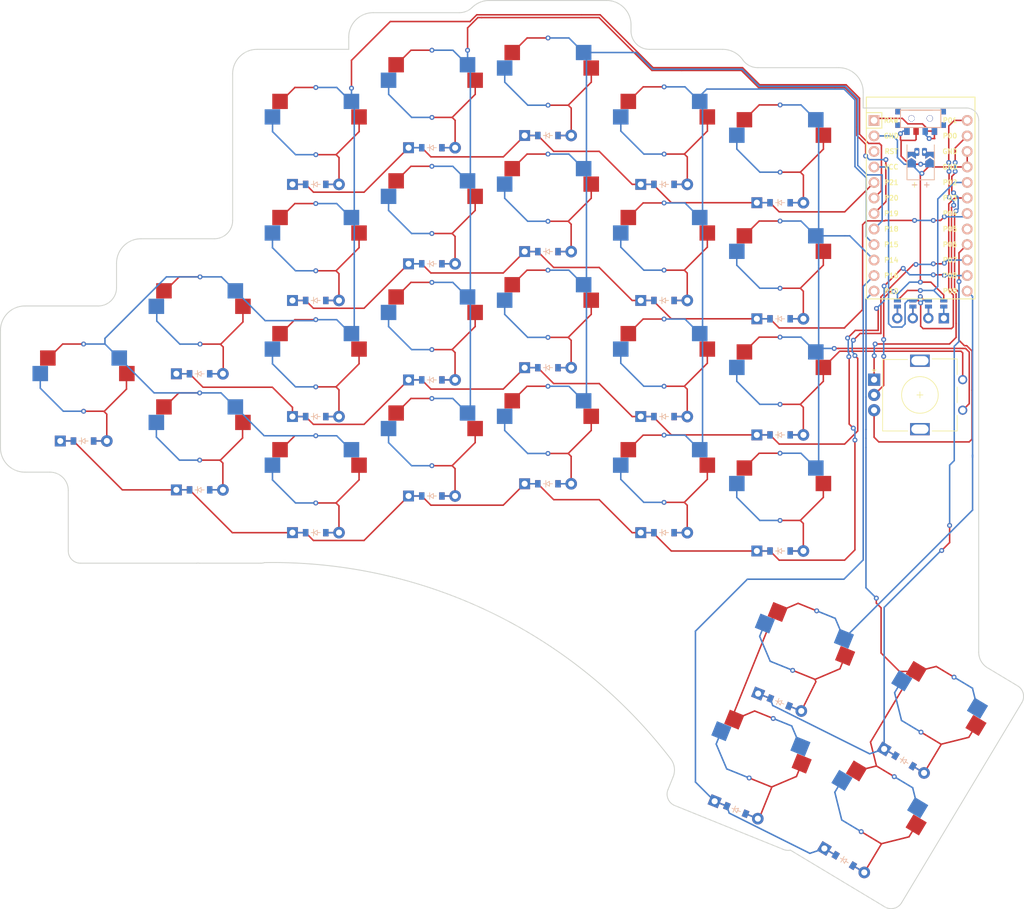
<source format=kicad_pcb>
(kicad_pcb (version 20221018) (generator pcbnew)
  (title_block (title "scaarix_flow") (rev "v1.0.0") (company "Unknown"))
  (layers (0 "F.Cu" signal) (31 "B.Cu" signal) (34 "B.Paste" user) (35 "F.Paste" user) (36 "B.SilkS" user "B.Silkscreen") (37 "F.SilkS" user "F.Silkscreen") (38 "B.Mask" user) (39 "F.Mask" user) (44 "Edge.Cuts" user))
  (net 0 "")
  (net 1 "RAW")
  (net 2 "GND")
  (net 3 "RST")
  (net 4 "VCC")
  (net 5 "P21")
  (net 6 "P20")
  (net 7 "P19")
  (net 8 "P18")
  (net 9 "P15")
  (net 10 "P14")
  (net 11 "P16")
  (net 12 "P10")
  (net 13 "P1")
  (net 14 "P0")
  (net 15 "P2")
  (net 16 "P3")
  (net 17 "P4")
  (net 18 "P5")
  (net 19 "P6")
  (net 20 "P7")
  (net 21 "P8")
  (net 22 "P9")
  (net 23 "single_bottom")
  (net 24 "tab_bottom")
  (net 25 "tab_home")
  (net 26 "pinkie_bottom")
  (net 27 "pinkie_home")
  (net 28 "pinkie_top")
  (net 29 "pinkie_num")
  (net 30 "ring_bottom")
  (net 31 "ring_home")
  (net 32 "ring_top")
  (net 33 "ring_num")
  (net 34 "middle_bottom")
  (net 35 "middle_home")
  (net 36 "middle_top")
  (net 37 "middle_num")
  (net 38 "index_bottom")
  (net 39 "index_home")
  (net 40 "index_top")
  (net 41 "index_num")
  (net 42 "far_bottom")
  (net 43 "far_home")
  (net 44 "far_top")
  (net 45 "far_num")
  (net 46 "1_bottom")
  (net 47 "1_top")
  (net 48 "2_bottom")
  (net 49 "2_top")
  (net 50 "oled3")
  (net 51 "oled4")
  (net 52 "oled1")
  (net 53 "oled2")
  (net 54 "BAT+")
  (footprint "E73:SPDT_C128955" (layer "F.Cu") (at 130.156952 -61.319849)
    (fp_text reference "T1" hide)
    (fp_text value "" hide)
  )
  (footprint "lib:Jumper" (layer "F.Cu") (at 131.436952 -31.019848 90)
    (fp_text reference "J3" hide)
    (fp_text value "Jumper")
  )
  (footprint "ComboDiode" (layer "F.Cu") (at 107.090322 34.244721 -22)
    (fp_text reference "D25" hide)
    (fp_text value "" hide)
  )
  (footprint "MX" (layer "F.Cu") (at 50.156953 -65.019848)
    (fp_text reference "S11" hide)
    (fp_text value "" hide)
  )
  (footprint "MX" (layer "F.Cu") (at 31.156952 -40.019847)
    (fp_text reference "S6" hide)
    (fp_text value "" hide)
  )
  (footprint "MX" (layer "F.Cu") (at 107.156953 -18.019849)
    (fp_text reference "S21" hide)
    (fp_text value "" hide)
  )
  (footprint "MX" (layer "F.Cu") (at 107.156952 -37.019847)
    (fp_text reference "S22" hide)
    (fp_text value "" hide)
  )
  (footprint "MX" (layer "F.Cu") (at 69.156952 -48.019849)
    (fp_text reference "S14" hide)
    (fp_text value "" hide)
  )
  (footprint "lib:Jumper" (layer "F.Cu") (at 128.886953 -31.019849 90)
    (fp_text reference "J6" hide)
    (fp_text value "Jumper")
  )
  (footprint "ComboDiode" (layer "F.Cu") (at 88.156951 6.480152)
    (fp_text reference "D16" hide)
    (fp_text value "" hide)
  )
  (footprint "ComboDiode" (layer "F.Cu") (at 50.156952 -56.519848)
    (fp_text reference "D11" hide)
    (fp_text value "" hide)
  )
  (footprint "ComboDiode" (layer "F.Cu") (at 69.156952 -58.519849)
    (fp_text reference "D15" hide)
    (fp_text value "" hide)
  )
  (footprint "ComboDiode" (layer "F.Cu") (at 107.156952 9.480151)
    (fp_text reference "D20" hide)
    (fp_text value "" hide)
  )
  (footprint "MX" (layer "F.Cu") (at 88.156952 -2.019849)
    (fp_text reference "S16" hide)
    (fp_text value "" hide)
  )
  (footprint "ComboDiode" (layer "F.Cu") (at 88.156951 -31.519847)
    (fp_text reference "D18" hide)
    (fp_text value "" hide)
  )
  (footprint "lib:Jumper" (layer "F.Cu") (at 128.886953 -31.019849 90)
    (fp_text reference "J2" hide)
    (fp_text value "Jumper")
  )
  (footprint "MX" (layer "F.Cu") (at 88.156951 -40.019848)
    (fp_text reference "S18" hide)
    (fp_text value "" hide)
  )
  (footprint "MX" (layer "F.Cu") (at 88.156951 -59.019848)
    (fp_text reference "S19" hide)
    (fp_text value "" hide)
  )
  (footprint "lib:Jumper" (layer "F.Cu") (at 126.356952 -31.019848 90)
    (fp_text reference "J5" hide)
    (fp_text value "Jumper")
  )
  (footprint "MX" (layer "F.Cu") (at 31.156952 -21.019847)
    (fp_text reference "S5" hide)
    (fp_text value "" hide)
  )
  (footprint "lib:Jumper" (layer "F.Cu") (at 133.936952 -31.019848 90)
    (fp_text reference "J4" hide)
    (fp_text value "Jumper")
  )
  (footprint "ComboDiode" (layer "F.Cu") (at 12.156951 -19.519848)
    (fp_text reference "D3" hide)
    (fp_text value "" hide)
  )
  (footprint "rotary_encoder" (layer "F.Cu") (at 130.156953 -16.019849)
    (fp_text reference "ROT1" hide)
    (fp_text value "")
  )
  (footprint "MX" (layer "F.Cu") (at 131.828482 36.55831 -31)
    (fp_text reference "S27" hide)
    (fp_text value "" hide)
  )
  (footprint "ComboDiode" (layer "F.Cu") (at 88.156952 -50.519848)
    (fp_text reference "D19" hide)
    (fp_text value "" hide)
  )
  (footprint "ComboDiode" (layer "F.Cu") (at 107.156952 -9.519848)
    (fp_text reference "D21" hide)
    (fp_text value "" hide)
  )
  (footprint "MX" (layer "F.Cu") (at 110.274477 26.363659 -22)
    (fp_text reference "S25" hide)
    (fp_text value "" hide)
  )
  (footprint "ComboDiode" (layer "F.Cu") (at 31.156952 -12.519847)
    (fp_text reference "D5" hide)
    (fp_text value "" hide)
  )
  (footprint "ComboDiode" (layer "F.Cu") (at 99.972797 51.861215 -22)
    (fp_text reference "D24" hide)
    (fp_text value "" hide)
  )
  (footprint "ComboDiode" (layer "F.Cu") (at 107.156952 -47.519846)
    (fp_text reference "D23" hide)
    (fp_text value "" hide)
  )
  (footprint "ComboDiode" (layer "F.Cu") (at 50.156952 -18.519848)
    (fp_text reference "D9" hide)
    (fp_text value "" hide)
  )
  (footprint "lib:OLED_headers" (layer "F.Cu") (at 124.156951 -27.019848 90)
    (fp_text reference "OLED1" hide)
    (fp_text value "OLED")
  )
  (footprint "lib:Jumper" (layer "F.Cu") (at 131.436952 -31.019848 90)
    (fp_text reference "J7" hide)
    (fp_text value "Jumper")
  )
  (footprint "scaarix_footprints:PicoBlade_Power_Reversible" (layer "F.Cu") (at 130.156952 -54.069847)
    (fp_text reference "JST1" hide)
    (fp_text value "")
  )
  (footprint "ComboDiode" (layer "F.Cu") (at 127.450658 43.844232 -31)
    (fp_text reference "D27" hide)
    (fp_text value "" hide)
  )
  (footprint "ComboDiode" (layer "F.Cu") (at -6.843048 -8.519848)
    (fp_text reference "D1" hide)
    (fp_text value "" hide)
  )
  (footprint "ComboDiode" (layer "F.Cu") (at 31.156952 -50.519848)
    (fp_text reference "D7" hide)
    (fp_text value "" hide)
  )
  (footprint "MX" (layer "F.Cu") (at -6.843048 -17.019848)
    (fp_text reference "S1" hide)
    (fp_text value "" hide)
  )
  (footprint "ComboDiode" (layer "F.Cu") (at 31.156952 -31.519848)
    (fp_text reference "D6" hide)
    (fp_text value "" hide)
  )
  (footprint "ProMicro" (layer "F.Cu") (at 130.156953 -47.019848 -90)
    (fp_text reference "MCU1" hide)
    (fp_text value "" hide)
  )
  (footprint "MX" (layer "F.Cu") (at 31.156953 -59.019847)
    (fp_text reference "S7" hide)
    (fp_text value "" hide)
  )
  (footprint "E73:SPDT_C128955" (layer "F.Cu") (at 130.156952 -61.319849)
    (fp_text reference "T2" hide)
    (fp_text value "" hide)
  )
  (footprint "ComboDiode" (layer "F.Cu") (at 69.156953 -39.519849)
    (fp_text reference "D14" hide)
    (fp_text value "" hide)
  )
  (footprint "ComboDiode" (layer "F.Cu") (at 69.156951 -1.519848)
    (fp_text reference "D12" hide)
    (fp_text value "" hide)
  )
  (footprint "MX" (layer "F.Cu") (at 69.156951 -10.019848)
    (fp_text reference "S12" hide)
    (fp_text value "" hide)
  )
  (footprint "MX" (layer "F.Cu") (at 31.156952 -2.019849)
    (fp_text reference "S4" hide)
    (fp_text value "" hide)
  )
  (footprint "ComboDiode" (layer "F.Cu") (at 12.156952 -0.519848)
    (fp_text reference "D2" hide)
    (fp_text value "" hide)
  )
  (footprint "MX" (layer "F.Cu") (at 50.156952 -8.019847)
    (fp_text reference "S8" hide)
    (fp_text value "" hide)
  )
  (footprint "MX" (layer "F.Cu") (at 12.156952 -28.019847)
    (fp_text reference "S3" hide)
    (fp_text value "" hide)
  )
  (footprint "ComboDiode" (layer "F.Cu") (at 50.156952 0.480152)
    (fp_text reference "D8" hide)
    (fp_text value "" hide)
  )
  (footprint "MX" (layer "F.Cu") (at 50.156953 -46.019849)
    (fp_text reference "S10" hide)
    (fp_text value "" hide)
  )
  (footprint "ComboDiode" (layer "F.Cu") (at 50.156952 -37.519848)
    (fp_text reference "D10" hide)
    (fp_text value "" hide)
  )
  (footprint "MX" (layer "F.Cu") (at 103.156951 43.980152 -22)
    (fp_text reference "S24" hide)
    (fp_text value "" hide)
  )
  (footprint "MX" (layer "F.Cu") (at 12.156952 -9.019848)
    (fp_text reference "S2" hide)
    (fp_text value "" hide)
  )
  (footprint "MX" (layer "F.Cu") (at 50.156953 -27.019847)
    (fp_text reference "S9" hide)
    (fp_text value "" hide)
  )
  (footprint "ComboDiode" (layer "F.Cu") (at 69.156952 -20.519849)
    (fp_text reference "D13" hide)
    (fp_text value "" hide)
  )
  (footprint "MX" (layer "F.Cu") (at 122.042758 52.844489 -31)
    (fp_text reference "S26" hide)
    (fp_text value "" hide)
  )
  (footprint "MX" (layer "F.Cu") (at 69.156952 -29.019849)
    (fp_text reference "S13" hide)
    (fp_text value "" hide)
  )
  (footprint "ComboDiode" (layer "F.Cu") (at 117.664934 60.130411 -31)
    (fp_text reference "D26" hide)
    (fp_text value "" hide)
  )
  (footprint "MX" (layer "F.Cu") (at 107.156952 0.980152)
    (fp_text reference "S20" hide)
    (fp_text value "" hide)
  )
  (footprint "lib:Jumper" (layer "F.Cu") (at 133.936952 -31.019848 90)
    (fp_text reference "J8" hide)
    (fp_text value "Jumper")
  )
  (footprint "MX" (layer "F.Cu") (at 69.156952 -67.019848)
    (fp_text reference "S15" hide)
    (fp_text value "" hide)
  )
  (footprint "ComboDiode" (layer "F.Cu") (at 107.156952 -28.519847)
    (fp_text reference "D22" hide)
    (fp_text value "" hide)
  )
  (footprint "lib:Jumper" (layer "F.Cu") (at 126.356952 -31.019848 90)
    (fp_text reference "J1" hide)
    (fp_text value "Jumper")
  )
  (footprint "MX" (layer "F.Cu") (at 88.156951 -21.019848)
    (fp_text reference "S17" hide)
    (fp_text value "" hide)
  )
  (footprint "ComboDiode" (layer "F.Cu") (at 31.156953 6.480152)
    (fp_text reference "D4" hide)
    (fp_text value "" hide)
  )
  (footprint "ComboDiode" (layer "F.Cu") (at 88.156951 -12.519848)
    (fp_text reference "D17" hide)
    (fp_text value "" hide)
  )
  (footprint "MX" (layer "F.Cu") (at 107.156953 -56.019847)
    (fp_text reference "S23" hide)
    (fp_text value "" hide)
  )
  (gr_line (start 82.756952 -75.619848) (end 82.756953 -76.619848) (stroke (width 0.15)) (layer "Edge.Cuts"))
  (gr_line (start 12.156952 11.480151) (end 22.156953 11.480151) (stroke (width 0.15)) (layer "Edge.Cuts"))
  (gr_arc (start 12.156952 11.480153) (mid 12.031706 11.476227) (end 11.906951 11.464466) (stroke (width 0.15)) (layer "Edge.Cuts"))
  (gr_arc (start -20.443049 -26.619847) (mid -19.271476 -29.448275) (end -16.443048 -30.619847) (stroke (width 0.15)) (layer "Edge.Cuts"))
  (gr_arc (start -7.343048 11.480152) (mid -8.757262 10.894366) (end -9.343049 9.480152) (stroke (width 0.15)) (layer "Edge.Cuts"))
  (gr_arc (start 22.7765 11.381773) (mid 22.470608 11.455405) (end 22.156953 11.480151) (stroke (width 0.15)) (layer "Edge.Cuts"))
  (gr_arc (start 137.656953 -63.019848) (mid 139.071166 -62.434062) (end 139.656953 -61.019848) (stroke (width 0.15)) (layer "Edge.Cuts"))
  (gr_line (start 116.756952 -69.619849) (end 103.501515 -69.619848) (stroke (width 0.15)) (layer "Edge.Cuts"))
  (gr_arc (start 103.501514 -69.619847) (mid 102.112794 -69.960645) (end 101.039559 -70.905563) (stroke (width 0.15)) (layer "Edge.Cuts"))
  (gr_line (start 36.556951 -74.619848) (end 36.556953 -72.619849) (stroke (width 0.15)) (layer "Edge.Cuts"))
  (gr_line (start -7.343048 11.480152) (end 11.656953 11.480152) (stroke (width 0.15)) (layer "Edge.Cuts"))
  (gr_arc (start 141.111839 28.603366) (mid 140.045881 27.509135) (end 139.656952 26.031863) (stroke (width 0.15)) (layer "Edge.Cuts"))
  (gr_arc (start 127.041533 67.047737) (mid 125.811036 67.95828) (end 124.297122 67.731996) (stroke (width 0.15)) (layer "Edge.Cuts"))
  (gr_line (start 146.031729 31.559535) (end 141.111839 28.603366) (stroke (width 0.15)) (layer "Edge.Cuts"))
  (gr_arc (start 36.556951 -74.619848) (mid 37.728524 -77.448275) (end 40.556951 -78.619848) (stroke (width 0.15)) (layer "Edge.Cuts"))
  (gr_arc (start 97.756953 -72.619848) (mid 99.608593 -72.165469) (end 101.039559 -70.905563) (stroke (width 0.15)) (layer "Edge.Cuts"))
  (gr_line (start -16.443049 -3.419847) (end -12.343049 -3.419847) (stroke (width 0.15)) (layer "Edge.Cuts"))
  (gr_line (start 89.648856 46.44804) (end 88.805396 48.535681) (stroke (width 0.15)) (layer "Edge.Cuts"))
  (gr_line (start 36.556953 -72.619849) (end 21.556952 -72.619849) (stroke (width 0.15)) (layer "Edge.Cuts"))
  (gr_arc (start 22.7765 11.381772) (mid 59.831493 19.537048) (end 89.248712 43.499691) (stroke (width 0.15)) (layer "Edge.Cuts"))
  (gr_arc (start 56.757535 -79.476991) (mid 58.045094 -80.323128) (end 59.556952 -80.619848) (stroke (width 0.15)) (layer "Edge.Cuts"))
  (gr_arc (start 146.031729 31.559535) (mid 146.942231 32.790023) (end 146.715989 34.303946) (stroke (width 0.15)) (layer "Edge.Cuts"))
  (gr_arc (start 89.248712 43.499692) (mid 89.840077 44.920766) (end 89.648856 46.44804) (stroke (width 0.15)) (layer "Edge.Cuts"))
  (gr_line (start 78.756952 -80.619847) (end 59.556952 -80.619848) (stroke (width 0.15)) (layer "Edge.Cuts"))
  (gr_line (start 120.756953 -63.019847) (end 120.756952 -65.619848) (stroke (width 0.15)) (layer "Edge.Cuts"))
  (gr_arc (start 116.756952 -69.619849) (mid 119.585379 -68.448275) (end 120.756952 -65.619848) (stroke (width 0.15)) (layer "Edge.Cuts"))
  (gr_arc (start -1.443048 -33.619848) (mid -2.321728 -31.498527) (end -4.443049 -30.619848) (stroke (width 0.15)) (layer "Edge.Cuts"))
  (gr_arc (start 17.556952 -68.619848) (mid 18.728525 -71.448275) (end 21.556952 -72.619849) (stroke (width 0.15)) (layer "Edge.Cuts"))
  (gr_arc (start -12.343049 -3.419847) (mid -10.221729 -2.541167) (end -9.343048 -0.419847) (stroke (width 0.15)) (layer "Edge.Cuts"))
  (gr_arc (start 11.906952 11.464465) (mid 11.782198 11.476225) (end 11.656953 11.480152) (stroke (width 0.15)) (layer "Edge.Cuts"))
  (gr_line (start 97.756953 -72.619848) (end 85.756952 -72.619848) (stroke (width 0.15)) (layer "Edge.Cuts"))
  (gr_line (start 14.556952 -41.619849) (end 2.556951 -41.619848) (stroke (width 0.15)) (layer "Edge.Cuts"))
  (gr_arc (start -16.443049 -3.419847) (mid -19.271477 -4.591421) (end -20.443049 -7.419849) (stroke (width 0.15)) (layer "Edge.Cuts"))
  (gr_line (start 17.556951 -44.619848) (end 17.556952 -68.619848) (stroke (width 0.15)) (layer "Edge.Cuts"))
  (gr_line (start -4.443049 -30.619848) (end -16.443048 -30.619847) (stroke (width 0.15)) (layer "Edge.Cuts"))
  (gr_line (start 139.656952 26.031863) (end 139.656953 -61.019848) (stroke (width 0.15)) (layer "Edge.Cuts"))
  (gr_arc (start 17.556951 -44.619848) (mid 16.678272 -42.498529) (end 14.556952 -41.619849) (stroke (width 0.15)) (layer "Edge.Cuts"))
  (gr_arc (start 85.756952 -72.619848) (mid 83.635632 -73.498528) (end 82.756952 -75.619848) (stroke (width 0.15)) (layer "Edge.Cuts"))
  (gr_line (start 89.910552 51.139261) (end 107.71248 58.331709) (stroke (width 0.15)) (layer "Edge.Cuts"))
  (gr_arc (start 56.757537 -79.476992) (mid 55.791868 -78.842381) (end 54.657973 -78.619848) (stroke (width 0.15)) (layer "Edge.Cuts"))
  (gr_line (start -1.443049 -37.619849) (end -1.443048 -33.619848) (stroke (width 0.15)) (layer "Edge.Cuts"))
  (gr_line (start 54.657973 -78.619848) (end 40.556951 -78.619848) (stroke (width 0.15)) (layer "Edge.Cuts"))
  (gr_line (start 136.827257 50.761557) (end 146.715989 34.303946) (stroke (width 0.15)) (layer "Edge.Cuts"))
  (gr_arc (start 89.910551 51.139262) (mid 88.818722 50.066356) (end 88.805396 48.535681) (stroke (width 0.15)) (layer "Edge.Cuts"))
  (gr_line (start 137.656953 -63.019848) (end 120.756953 -63.019847) (stroke (width 0.15)) (layer "Edge.Cuts"))
  (gr_line (start -20.443049 -26.619847) (end -20.443049 -7.419849) (stroke (width 0.15)) (layer "Edge.Cuts"))
  (gr_arc (start -1.443049 -37.619849) (mid -0.271476 -40.448276) (end 2.556951 -41.619848) (stroke (width 0.15)) (layer "Edge.Cuts"))
  (gr_line (start 127.041533 67.047737) (end 136.827257 50.761557) (stroke (width 0.15)) (layer "Edge.Cuts"))
  (gr_line (start 108.835984 58.442006) (end 124.297122 67.731996) (stroke (width 0.15)) (layer "Edge.Cuts"))
  (gr_arc (start 108.835984 58.442006) (mid 108.266286 58.467784) (end 107.71248 58.331709) (stroke (width 0.15)) (layer "Edge.Cuts"))
  (gr_line (start -9.343048 -0.419847) (end -9.343049 9.480152) (stroke (width 0.15)) (layer "Edge.Cuts"))
  (gr_arc (start 78.756952 -80.619847) (mid 81.585378 -79.448274) (end 82.756953 -76.619848) (stroke (width 0.15)) (layer "Edge.Cuts"))
  (segment (start 132.406952 -58.069849) (end 132.406952 -59.244848) (width 0.25) (layer "F.Cu") (net 1))
  (segment (start 131.556952 -58.019848) (end 132.456952 -58.019849) (width 0.25) (layer "F.Cu") (net 1))
  (segment (start 130.456951 -60.419848) (end 130.956953 -59.919848) (width 0.25) (layer "F.Cu") (net 1))
  (segment (start 132.456952 -58.019849) (end 132.406952 -58.069849) (width 0.25) (layer "F.Cu") (net 1))
  (segment (start 122.536952 -60.989848) (end 122.866952 -61.319847) (width 0.25) (layer "F.Cu") (net 1))
  (segment (start 130.956953 -59.919848) (end 130.956953 -59.269848) (width 0.25) (layer "F.Cu") (net 1))
  (segment (start 128.056953 -60.419848) (end 130.456951 -60.419848) (width 0.25) (layer "F.Cu") (net 1))
  (segment (start 122.866952 -61.319847) (end 127.156951 -61.319848) (width 0.25) (layer "F.Cu") (net 1))
  (segment (start 132.406952 -59.244848) (end 130.981953 -59.244848) (width 0.25) (layer "F.Cu") (net 1))
  (segment (start 130.956953 -59.269848) (end 130.981953 -59.244848) (width 0.25) (layer "F.Cu") (net 1))
  (segment (start 127.156951 -61.319848) (end 128.056953 -60.419848) (width 0.25) (layer "F.Cu") (net 1))
  (via (at 131.556952 -58.019848) (size 0.8) (drill 0.4) (layers "F.Cu" "B.Cu") (net 1))
  (segment (start 130.906952 -59.244849) (end 130.906952 -58.669849) (width 0.25) (layer "B.Cu") (net 1))
  (segment (start 130.906952 -58.669849) (end 131.556952 -58.019848) (width 0.25) (layer "B.Cu") (net 1))
  (segment (start 130.106748 -52.069643) (end 130.356951 -52.319848) (width 0.25) (layer "F.Cu") (net 2))
  (segment (start 131.680951 -53.815848) (end 132.126953 -53.369848) (width 0.25) (layer "F.Cu") (net 2))
  (segment (start 124.106952 -31.919849) (end 125.156953 -32.969848) (width 0.25) (layer "F.Cu") (net 2))
  (segment (start 131.680952 -53.643847) (end 130.356951 -52.319848) (width 0.25) (layer "F.Cu") (net 2))
  (segment (start 124.106952 -17.629848) (end 124.106952 -22.369847) (width 0.25) (layer "F.Cu") (net 2))
  (segment (start 132.126953 -53.369848) (end 137.776954 -53.369849) (width 0.25) (layer "F.Cu") (net 2))
  (segment (start 131.680951 -53.815848) (end 131.680952 -53.643847) (width 0.25) (layer "F.Cu") (net 2))
  (segment (start 124.106953 -25.118849) (end 124.106952 -31.919849) (width 0.25) (layer "F.Cu") (net 2))
  (segment (start 133.936952 -32.404721) (end 131.821825 -34.519847) (width 0.25) (layer "F.Cu") (net 2))
  (segment (start 131.821825 -34.519847) (end 130.106747 -34.519849) (width 0.25) (layer "F.Cu") (net 2))
  (segment (start 130.106747 -34.519849) (end 130.106748 -52.069643) (width 0.25) (layer "F.Cu") (net 2))
  (segment (start 133.936952 -31.520229) (end 133.936952 -32.404721) (width 0.25) (layer "F.Cu") (net 2))
  (segment (start 125.156953 -32.969848) (end 125.706953 -32.969848) (width 0.25) (layer "F.Cu") (net 2))
  (segment (start 137.776952 -55.909847) (end 137.776954 -53.369849) (width 0.25) (layer "F.Cu") (net 2))
  (segment (start 122.536951 -16.059848) (end 124.106952 -17.629848) (width 0.25) (layer "F.Cu") (net 2))
  (via (at 130.356951 -52.319848) (size 0.8) (drill 0.4) (layers "F.Cu" "B.Cu") (net 2))
  (via (at 130.106747 -34.519849) (size 0.8) (drill 0.4) (layers "F.Cu" "B.Cu") (net 2))
  (via (at 124.106953 -25.118849) (size 0.8) (drill 0.4) (layers "F.Cu" "B.Cu") (net 2))
  (via (at 125.706953 -32.969848) (size 0.8) (drill 0.4) (layers "F.Cu" "B.Cu") (net 2))
  (via (at 124.106952 -22.369847) (size 0.8) (drill 0.4) (layers "F.Cu" "B.Cu") (net 2))
  (segment (start 126.356952 -57.719847) (end 126.356952 -54.919847) (width 0.25) (layer "B.Cu") (net 2))
  (segment (start 126.356952 -32.542261) (end 128.33454 -34.519849) (width 0.25) (layer "B.Cu") (net 2))
  (segment (start 127.466952 -53.809848) (end 128.636951 -53.809847) (width 0.25) (layer "B.Cu") (net 2))
  (segment (start 122.536951 -58.449848) (end 125.626952 -58.449849) (width 0.25) (layer "B.Cu") (net 2))
  (segment (start 130.126951 -52.319848) (end 128.636951 -53.809847) (width 0.25) (layer "B.Cu") (net 2))
  (segment (start 126.356952 -54.919847) (end 127.466952 -53.809848) (width 0.25) (layer "B.Cu") (net 2))
  (segment (start 124.106952 -22.369847) (end 124.106953 -25.118849) (width 0.25) (layer "B.Cu") (net 2))
  (segment (start 130.356951 -52.319848) (end 130.126951 -52.319848) (width 0.25) (layer "B.Cu") (net 2))
  (segment (start 125.929365 -32.969849) (end 126.356952 -32.542261) (width 0.25) (layer "B.Cu") (net 2))
  (segment (start 126.356952 -31.520229) (end 126.356952 -32.542261) (width 0.25) (layer "B.Cu") (net 2))
  (segment (start 128.33454 -34.519849) (end 130.106747 -34.519849) (width 0.25) (layer "B.Cu") (net 2))
  (segment (start 125.706953 -32.969848) (end 125.929365 -32.969849) (width 0.25) (layer "B.Cu") (net 2))
  (segment (start 125.626952 -58.449849) (end 126.356952 -57.719847) (width 0.25) (layer "B.Cu") (net 2))
  (segment (start 130.781878 -31.520229) (end 130.146127 -32.155978) (width 0.25) (layer "F.Cu") (net 4))
  (segment (start 131.436952 -31.520227) (end 130.781878 -31.520229) (width 0.25) (layer "F.Cu") (net 4))
  (segment (start 130.146127 -32.155978) (end 130.104024 -32.155979) (width 0.25) (layer "F.Cu") (net 4))
  (via (at 130.104024 -32.155979) (size 0.8) (drill 0.4) (layers "F.Cu" "B.Cu") (net 4))
  (segment (start 127.606952 -31.061727) (end 127.606953 -27.669849) (width 0.25) (layer "B.Cu") (net 4))
  (segment (start 125.456951 -27.169849) (end 124.906953 -27.719848) (width 0.25) (layer "B.Cu") (net 4))
  (segment (start 124.906951 -53.219849) (end 124.756952 -53.369849) (width 0.25) (layer "B.Cu") (net 4))
  (segment (start 124.906953 -27.719848) (end 124.906951 -53.219849) (width 0.25) (layer "B.Cu") (net 4))
  (segment (start 127.606953 -27.669849) (end 127.106951 -27.169847) (width 0.25) (layer "B.Cu") (net 4))
  (segment (start 128.886953 -31.520228) (end 128.065451 -31.520228) (width 0.25) (layer "B.Cu") (net 4))
  (segment (start 129.468274 -31.520228) (end 130.104024 -32.155979) (width 0.25) (layer "B.Cu") (net 4))
  (segment (start 127.106951 -27.169847) (end 125.456951 -27.169849) (width 0.25) (layer "B.Cu") (net 4))
  (segment (start 124.756952 -53.369849) (end 122.536953 -53.369847) (width 0.25) (layer "B.Cu") (net 4))
  (segment (start 128.886953 -31.520228) (end 129.468274 -31.520228) (width 0.25) (layer "B.Cu") (net 4))
  (segment (start 128.065451 -31.520228) (end 127.606952 -31.061727) (width 0.25) (layer "B.Cu") (net 4))
  (segment (start 27.346951 -50.519849) (end 29.506953 -50.519848) (width 0.25) (layer "F.Cu") (net 5))
  (segment (start 65.346952 -58.509848) (end 65.346952 -58.519848) (width 0.25) (layer "F.Cu") (net 5))
  (segment (start 61.856952 -55.019848) (end 65.346952 -58.509848) (width 0.25) (layer "F.Cu") (net 5))
  (segment (start 48.506952 -56.519847) (end 50.006952 -55.019847) (width 0.25) (layer "F.Cu") (net 5))
  (segment (start 86.506952 -50.369849) (end 89.356952 -47.519849) (width 0.25) (layer "F.Cu") (net 5))
  (segment (start 86.506953 -50.519849) (end 86.506952 -50.369849) (width 0.25) (layer "F.Cu") (net 5))
  (segment (start 103.346952 -47.519848) (end 105.506952 -47.519848) (width 0.25) (layer "F.Cu") (net 5))
  (segment (start 70.106951 -55.919848) (end 77.556952 -55.919848) (width 0.25) (layer "F.Cu") (net 5))
  (segment (start 82.956952 -50.519848) (end 84.346953 -50.519849) (width 0.25) (layer "F.Cu") (net 5))
  (segment (start 46.346952 -56.519847) (end 48.506952 -56.519847) (width 0.25) (layer "F.Cu") (net 5))
  (segment (start 29.506953 -50.519848) (end 30.784453 -49.242349) (width 0.25) (layer "F.Cu") (net 5))
  (segment (start 67.506951 -58.519848) (end 70.106951 -55.919848) (width 0.25) (layer "F.Cu") (net 5))
  (segment (start 105.506952 -47.519848) (end 107.006952 -46.019849) (width 0.25) (layer "F.Cu") (net 5))
  (segment (start 50.006952 -55.019847) (end 61.856952 -55.019848) (width 0.25) (layer "F.Cu") (net 5))
  (segment (start 30.784453 -49.242349) (end 39.069451 -49.242347) (width 0.25) (layer "F.Cu") (net 5))
  (segment (start 117.726952 -46.019847) (end 122.536952 -50.829848) (width 0.25) (layer "F.Cu") (net 5))
  (segment (start 67.506951 -58.519848) (end 65.346952 -58.519848) (width 0.25) (layer "F.Cu") (net 5))
  (segment (start 84.346953 -50.519849) (end 86.506953 -50.519849) (width 0.25) (layer "F.Cu") (net 5))
  (segment (start 107.006952 -46.019849) (end 117.726952 -46.019847) (width 0.25) (layer "F.Cu") (net 5))
  (segment (start 39.069451 -49.242347) (end 46.346952 -56.519847) (width 0.25) (layer "F.Cu") (net 5))
  (segment (start 89.356952 -47.519849) (end 103.346952 -47.519848) (width 0.25) (layer "F.Cu") (net 5))
  (segment (start 77.556952 -55.919848) (end 82.956952 -50.519848) (width 0.25) (layer "F.Cu") (net 5))
  (segment (start 48.506952 -56.519847) (end 46.346952 -56.519847) (width 0.25) (layer "B.Cu") (net 5))
  (segment (start 86.506953 -50.519849) (end 84.346953 -50.519849) (width 0.25) (layer "B.Cu") (net 5))
  (segment (start 67.506951 -58.519848) (end 65.346952 -58.519848) (width 0.25) (layer "B.Cu") (net 5))
  (segment (start 27.346951 -50.519849) (end 29.506953 -50.519848) (width 0.25) (layer "B.Cu") (net 5))
  (segment (start 105.506952 -47.519848) (end 103.346952 -47.519848) (width 0.25) (layer "B.Cu") (net 5))
  (segment (start 121.656952 -57.219848) (end 120.156952 -58.719848) (width 0.25) (layer "F.Cu") (net 6))
  (segment (start 43.356952 -77.169848) (end 39.456952 -73.269849) (width 0.25) (layer "F.Cu") (net 6))
  (segment (start 25.319952 -44.959848) (end 27.739952 -47.379849) (width 0.25) (layer "F.Cu") (net 6))
  (segment (start 27.739952 -28.379849) (end 31.161951 -28.379848) (width 0.25) (layer "F.Cu") (net 6))
  (segment (start 103.806951 -66.819848) (end 101.006953 -69.619848) (width 0.25) (layer "F.Cu") (net 6))
  (segment (start 120.156952 -58.719848) (end 120.156953 -64.619849) (width 0.25) (layer "F.Cu") (net 6))
  (segment (start 117.956953 -66.819849) (end 117.756953 -66.819849) (width 0.25) (layer "F.Cu") (net 6))
  (segment (start 37.006951 -70.819848) (end 37.006953 -66.269849) (width 0.25) (layer "F.Cu") (net 6))
  (segment (start -10.260047 -24.390507) (end -6.838048 -24.390506) (width 0.25) (layer "F.Cu") (net 6))
  (segment (start 77.706952 -78.269848) (end 74.656953 -78.269849) (width 0.25) (layer "F.Cu") (net 6))
  (segment (start 8.799952 -35.379849) (end 12.221951 -35.379848) (width 0.25) (layer "F.Cu") (net 6))
  (segment (start 86.356952 -69.619849) (end 82.506953 -73.469849) (width 0.25) (layer "F.Cu") (net 6))
  (segment (start 56.406952 -77.169849) (end 43.356952 -77.169848) (width 0.25) (layer "F.Cu") (net 6))
  (segment (start 122.536953 -48.289848) (end 123.738251 -49.491148) (width 0.25) (layer "F.Cu") (net 6))
  (segment (start 120.156953 -64.619849) (end 117.956953 -66.819849) (width 0.25) (layer "F.Cu") (net 6))
  (segment (start 6.319953 -13.970506) (end 8.739953 -16.390507) (width 0.25) (layer "F.Cu") (net 6))
  (segment (start 27.739952 -47.379849) (end 31.161952 -47.379848) (width 0.25) (layer "F.Cu") (net 6))
  (segment (start 123.738251 -49.491148) (end 123.738251 -56.888548) (width 0.25) (layer "F.Cu") (net 6))
  (segment (start 25.319953 -6.959848) (end 27.739952 -9.379849) (width 0.25) (layer "F.Cu") (net 6))
  (segment (start 123.738251 -56.888548) (end 123.606951 -57.019848) (width 0.25) (layer "F.Cu") (net 6))
  (segment (start 8.739953 -16.390507) (end 12.161952 -16.390506) (width 0.25) (layer "F.Cu") (net 6))
  (segment (start 57.506951 -78.269848) (end 56.406952 -77.169849) (width 0.25) (layer "F.Cu") (net 6))
  (segment (start 117.756953 -66.819849) (end 103.806951 -66.819848) (width 0.25) (layer "F.Cu") (net 6))
  (segment (start 6.379951 -32.959849) (end 8.799952 -35.379849) (width 0.25) (layer "F.Cu") (net 6))
  (segment (start 39.456952 -73.269849) (end 37.006951 -70.819848) (width 0.25) (layer "F.Cu") (net 6))
  (segment (start 101.006953 -69.619848) (end 86.356952 -69.619849) (width 0.25) (layer "F.Cu") (net 6))
  (segment (start 27.739952 -9.379849) (end 31.161951 -9.379848) (width 0.25) (layer "F.Cu") (net 6))
  (segment (start 25.319953 -25.959848) (end 27.739952 -28.379849) (width 0.25) (layer "F.Cu") (net 6))
  (segment (start 123.406952 -57.219848) (end 121.656952 -57.219848) (width 0.25) (layer "F.Cu") (net 6))
  (segment (start -12.680048 -21.970506) (end -10.260047 -24.390507) (width 0.25) (layer "F.Cu") (net 6))
  (segment (start 74.656953 -78.269849) (end 57.506951 -78.269848) (width 0.25) (layer "F.Cu") (net 6))
  (segment (start 82.506953 -73.469849) (end 77.706952 -78.269848) (width 0.25) (layer "F.Cu") (net 6))
  (segment (start 123.606951 -57.019848) (end 123.406952 -57.219848) (width 0.25) (layer "F.Cu") (net 6))
  (segment (start 25.329952 -63.959848) (end 27.749953 -66.379849) (width 0.25) (layer "F.Cu") (net 6))
  (segment (start 27.749953 -66.379849) (end 31.171952 -66.379847) (width 0.25) (layer "F.Cu") (net 6))
  (via (at 31.171952 -66.379847) (size 0.8) (drill 0.4) (layers "F.Cu" "B.Cu") (net 6))
  (via (at -6.838048 -24.390506) (size 0.8) (drill 0.4) (layers "F.Cu" "B.Cu") (net 6))
  (via (at 12.161952 -16.390506) (size 0.8) (drill 0.4) (layers "F.Cu" "B.Cu") (net 6))
  (via (at 31.161952 -47.379848) (size 0.8) (drill 0.4) (layers "F.Cu" "B.Cu") (net 6))
  (via (at 31.161951 -28.379848) (size 0.8) (drill 0.4) (layers "F.Cu" "B.Cu") (net 6))
  (via (at 12.221951 -35.379848) (size 0.8) (drill 0.4) (layers "F.Cu" "B.Cu") (net 6))
  (via (at 31.161951 -9.379848) (size 0.8) (drill 0.4) (layers "F.Cu" "B.Cu") (net 6))
  (via (at 37.006953 -66.269849) (size 0.8) (drill 0.4) (layers "F.Cu" "B.Cu") (net 6))
  (segment (start 37.462854 -26.563748) (end 37.462852 -44.635948) (width 0.25) (layer "B.Cu") (net 6))
  (segment (start 22.878952 -28.219849) (end 31.001952 -28.219847) (width 0.25) (layer "B.Cu") (net 6))
  (segment (start 34.593953 -66.379849) (end 37.013952 -63.959848) (width 0.25) (layer "B.Cu") (net 6))
  (segment (start 37.462852 -45.563748) (end 36.998952 -45.099848) (width 0.25) (layer "B.Cu") (net 6))
  (segment (start 37.006953 -66.269849) (end 37.006952 -64.107849) (width 0.25) (layer "B.Cu") (net 6))
  (segment (start -3.341048 -24.390506) (end -1.061048 -22.110505) (width 0.25) (layer "B.Cu") (net 6))
  (segment (start 31.161952 -47.379848) (end 34.583952 -47.379847) (width 0.25) (layer "B.Cu") (net 6))
  (segment (start -6.838048 -24.390506) (end -3.341048 -24.390506) (width 0.25) (layer "B.Cu") (net 6))
  (segment (start 31.171952 -66.379847) (end 34.593953 -66.379849) (width 0.25) (layer "B.Cu") (net 6))
  (segment (start 34.583952 -47.379847) (end 37.003953 -44.959847) (width 0.25) (layer "B.Cu") (net 6))
  (segment (start 4.708295 -16.390506) (end 12.161952 -16.390506) (width 0.25) (layer "B.Cu") (net 6))
  (segment (start 34.583952 -28.379848) (end 37.003953 -25.959848) (width 0.25) (layer "B.Cu") (net 6))
  (segment (start 36.998952 -64.099847) (end 37.462852 -63.635948) (width 0.25) (layer "B.Cu") (net 6))
  (segment (start 31.161951 -28.379848) (end 34.583952 -28.379848) (width 0.25) (layer "B.Cu") (net 6))
  (segment (start 6.716951 -35.379848) (end 12.221951 -35.379848) (width 0.25) (layer "B.Cu") (net 6))
  (segment (start 36.998952 -26.099849) (end 37.462854 -26.563748) (width 0.25) (layer "B.Cu") (net 6))
  (segment (start 15.658952 -16.390507) (end 17.938951 -14.110506) (width 0.25) (layer "B.Cu") (net 6))
  (segment (start 17.998952 -14.099848) (end 22.718953 -9.379848) (width 0.25) (layer "B.Cu") (net 6))
  (segment (start -3.341048 -25.321848) (end 6.716951 -35.379848) (width 0.25) (layer "B.Cu") (net 6))
  (segment (start 22.718953 -9.379848) (end 31.161951 -9.379848) (width 0.25) (layer "B.Cu") (net 6))
  (segment (start 31.001952 -28.219847) (end 31.161951 -28.379848) (width 0.25) (layer "B.Cu") (net 6))
  (segment (start 12.221951 -35.379848) (end 15.718951 -35.379848) (width 0.25) (layer "B.Cu") (net 6))
  (segment (start -3.341048 -24.390506) (end -3.341048 -25.321848) (width 0.25) (layer "B.Cu") (net 6))
  (segment (start 37.462852 -63.635948) (end 37.462852 -45.563748) (width 0.25) (layer "B.Cu") (net 6))
  (segment (start 15.718951 -35.379848) (end 17.998951 -33.099848) (width 0.25) (layer "B.Cu") (net 6))
  (segment (start -1.001048 -22.099849) (end 4.708295 -16.390506) (width 0.25) (layer "B.Cu") (net 6))
  (segment (start 34.583952 -9.379849) (end 37.003952 -6.959848) (width 0.25) (layer "B.Cu") (net 6))
  (segment (start 37.006952 -64.107849) (end 36.998952 -64.099847) (width 0.25) (layer "B.Cu") (net 6))
  (segment (start 17.998951 -33.099848) (end 22.878952 -28.219849) (width 0.25) (layer "B.Cu") (net 6))
  (segment (start 31.161951 -9.379848) (end 34.583952 -9.379849) (width 0.25) (layer "B.Cu") (net 6))
  (segment (start 12.161952 -16.390506) (end 15.658952 -16.390507) (width 0.25) (layer "B.Cu") (net 6))
  (segment (start 37.462852 -44.635948) (end 36.998952 -45.099848) (width 0.25) (layer "B.Cu") (net 6))
  (segment (start 56.92515 -77.051651) (end 56.006952 -76.133452) (width 0.25) (layer "F.Cu") (net 7))
  (segment (start 103.620556 -66.369849) (end 101.163755 -68.826651) (width 0.25) (layer "F.Cu") (net 7))
  (segment (start 120.588754 -57.65165) (end 119.706952 -58.533452) (width 0.25) (layer "F.Cu") (net 7))
  (segment (start 46.749953 -72.479849) (end 50.171952 -72.479848) (width 0.25) (layer "F.Cu") (net 7))
  (segment (start 44.319951 -51.059849) (end 46.739951 -53.479849) (width 0.25) (layer "F.Cu") (net 7))
  (segment (start 44.329953 -70.059849) (end 46.749953 -72.479849) (width 0.25) (layer "F.Cu") (net 7))
  (segment (start 46.739952 -15.479849) (end 50.161952 -15.479847) (width 0.25) (layer "F.Cu") (net 7))
  (segment (start 46.739951 -53.479849) (end 50.161953 -53.479847) (width 0.25) (layer "F.Cu") (net 7))
  (segment (start 46.739952 -34.479848) (end 50.161953 -34.479847) (width 0.25) (layer "F.Cu") (net 7))
  (segment (start 124.462752 -47.675649) (end 124.462752 -54.569847) (width 0.25) (layer "F.Cu") (net 7))
  (segment (start 56.006952 -76.133452) (end 56.006953 -72.469848) (width 0.25) (layer "F.Cu") (net 7))
  (segment (start 58.306953 -77.819848) (end 57.693349 -77.819849) (width 0.25) (layer "F.Cu") (net 7))
  (segment (start 119.706952 -58.533452) (end 119.706951 -59.919848) (width 0.25) (layer "F.Cu") (net 7))
  (segment (start 119.706951 -64.433453) (end 119.563755 -64.576651) (width 0.25) (layer "F.Cu") (net 7))
  (segment (start 82.313754 -73.02665) (end 77.520556 -77.819848) (width 0.25) (layer "F.Cu") (net 7))
  (segment (start 100.820556 -69.169848) (end 91.056953 -69.169847) (width 0.25) (layer "F.Cu") (net 7))
  (segment (start 44.319952 -13.059849) (end 46.739952 -15.479849) (width 0.25) (layer "F.Cu") (net 7))
  (segment (start 121.156951 -55.169848) (end 121.156951 -57.083453) (width 0.25) (layer "F.Cu") (net 7))
  (segment (start 119.706951 -59.919848) (end 119.706951 -64.433453) (width 0.25) (layer "F.Cu") (net 7))
  (segment (start 57.693349 -77.819849) (end 56.92515 -77.051651) (width 0.25) (layer "F.Cu") (net 7))
  (segment (start 91.056953 -69.169847) (end 86.170556 -69.169848) (width 0.25) (layer "F.Cu") (net 7))
  (segment (start 77.520556 -77.819848) (end 58.306953 -77.819848) (width 0.25) (layer "F.Cu") (net 7))
  (segment (start 121.156951 -57.083453) (end 120.588754 -57.65165) (width 0.25) (layer "F.Cu") (net 7))
  (segment (start 44.319952 -32.059848) (end 46.739952 -34.479848) (width 0.25) (layer "F.Cu") (net 7))
  (segment (start 116.156951 -66.369848) (end 103.620556 -66.369849) (width 0.25) (layer "F.Cu") (net 7))
  (segment (start 86.170556 -69.169848) (end 82.313754 -73.02665) (width 0.25) (layer "F.Cu") (net 7))
  (segment (start 117.770556 -66.369848) (end 116.156951 -66.369848) (width 0.25) (layer "F.Cu") (net 7))
  (segment (start 122.536952 -45.749847) (end 124.462752 -47.675649) (width 0.25) (layer "F.Cu") (net 7))
  (segment (start 101.163755 -68.826651) (end 100.820556 -69.169848) (width 0.25) (layer "F.Cu") (net 7))
  (segment (start 119.563755 -64.576651) (end 117.770556 -66.369848) (width 0.25) (layer "F.Cu") (net 7))
  (via (at 50.161953 -34.479847) (size 0.8) (drill 0.4) (layers "F.Cu" "B.Cu") (net 7))
  (via (at 50.161952 -15.479847) (size 0.8) (drill 0.4) (layers "F.Cu" "B.Cu") (net 7))
  (via (at 50.171952 -72.479848) (size 0.8) (drill 0.4) (layers "F.Cu" "B.Cu") (net 7))
  (via (at 56.006953 -72.469848) (size 0.8) (drill 0.4) (layers "F.Cu" "B.Cu") (net 7))
  (via (at 124.462752 -54.569847) (size 0.8) (drill 0.4) (layers "F.Cu" "B.Cu") (net 7))
  (via (at 121.156951 -55.169848) (size 0.8) (drill 0.4) (layers "F.Cu" "B.Cu") (net 7))
  (via (at 50.161953 -53.479847) (size 0.8) (drill 0.4) (layers "F.Cu" "B.Cu") (net 7))
  (segment (start 50.161952 -15.479847) (end 53.583953 -15.479849) (width 0.25) (layer "B.Cu") (net 7))
  (segment (start 53.583953 -15.479849) (end 56.003952 -13.059848) (width 0.25) (layer "B.Cu") (net 7))
  (segment (start 53.583952 -34.479847) (end 56.003952 -32.059848) (width 0.25) (layer "B.Cu") (net 7))
  (segment (start 121.755652 -54.571149) (end 121.156951 -55.169848) (width 0.25) (layer "B.Cu") (net 7))
  (segment (start 50.161953 -53.479847) (end 53.583953 -53.479847) (width 0.25) (layer "B.Cu") (net 7))
  (segment (start 55.998952 -70.099849) (end 56.462852 -69.635948) (width 0.25) (layer "B.Cu") (net 7))
  (segment (start 53.583953 -53.479847) (end 56.003952 -51.059847) (width 0.25) (layer "B.Cu") (net 7))
  (segment (start 56.006951 -70.107848) (end 55.998952 -70.099849) (width 0.25) (layer "B.Cu") (net 7))
  (segment (start 50.161953 -34.479847) (end 53.583952 -34.479847) (width 0.25) (layer "B.Cu") (net 7))
  (segment (start 55.998952 -32.099848) (end 56.462852 -31.635948) (width 0.25) (layer "B.Cu") (net 7))
  (segment (start 56.462852 -50.635948) (end 56.462852 -32.563748) (width 0.25) (layer "B.Cu") (net 7))
  (segment (start 50.171952 -72.479848) (end 53.593951 -72.479848) (width 0.25) (layer "B.Cu") (net 7))
  (segment (start 55.998951 -51.099847) (end 56.462852 -50.635948) (width 0.25) (layer "B.Cu") (net 7))
  (segment (start 56.462852 -32.563748) (end 55.998952 -32.099848) (width 0.25) (layer "B.Cu") (net 7))
  (segment (start 56.462853 -13.563748) (end 55.998951 -13.099848) (width 0.25) (layer "B.Cu") (net 7))
  (segment (start 56.462852 -31.635948) (end 56.462853 -13.563748) (width 0.25) (layer "B.Cu") (net 7))
  (segment (start 124.462752 -54.569847) (end 124.461452 -54.571149) (width 0.25) (layer "B.Cu") (net 7))
  (segment (start 56.462852 -69.635948) (end 56.462853 -51.563748) (width 0.25) (layer "B.Cu") (net 7))
  (segment (start 56.006953 -72.469848) (end 56.006951 -70.107848) (width 0.25) (layer "B.Cu") (net 7))
  (segment (start 124.461452 -54.571149) (end 121.755652 -54.571149) (width 0.25) (layer "B.Cu") (net 7))
  (segment (start 53.593951 -72.479848) (end 56.013951 -70.059848) (width 0.25) (layer "B.Cu") (net 7))
  (segment (start 56.462853 -51.563748) (end 55.998951 -51.099847) (width 0.25) (layer "B.Cu") (net 7))
  (segment (start 63.319952 -34.059847) (end 65.739953 -36.479847) (width 0.25) (layer "F.Cu") (net 8))
  (segment (start 63.319952 -53.059848) (end 65.739952 -55.479848) (width 0.25) (layer "F.Cu") (net 8))
  (segment (start 63.319951 -15.059848) (end 65.739953 -17.479848) (width 0.25) (layer "F.Cu") (net 8))
  (segment (start 65.739953 -17.479848) (end 69.161952 -17.479847) (width 0.25) (layer "F.Cu") (net 8))
  (segment (start 65.749952 -74.479849) (end 69.171952 -74.479849) (width 0.25) (layer "F.Cu") (net 8))
  (segment (start 63.329953 -72.059848) (end 65.749952 -74.479849) (width 0.25) (layer "F.Cu") (net 8))
  (segment (start 65.739952 -55.479848) (end 69.161953 -55.479848) (width 0.25) (layer "F.Cu") (net 8))
  (segment (start 65.739953 -36.479847) (end 69.161953 -36.479848) (width 0.25) (layer "F.Cu") (net 8))
  (via (at 69.171952 -74.479849) (size 0.8) (drill 0.4) (layers "F.Cu" "B.Cu") (net 8))
  (via (at 69.161952 -17.479847) (size 0.8) (drill 0.4) (layers "F.Cu" "B.Cu") (net 8))
  (via (at 69.161953 -55.479848) (size 0.8) (drill 0.4) (layers "F.Cu" "B.Cu") (net 8))
  (via (at 69.161953 -36.479848) (size 0.8) (drill 0.4) (layers "F.Cu" "B.Cu") (net 8))
  (segment (start 103.756952 -66.569848) (end 102.806952 -67.519849) (width 0.25) (layer "B.Cu") (net 8))
  (segment (start 119.856952 -53.619848) (end 119.856952 -57.419848) (width 0.25) (layer "B.Cu") (net 8))
  (segment (start 74.998952 -72.099849) (end 83.576952 -72.099848) (width 0.25) (layer "B.Cu") (net 8))
  (segment (start 72.593951 -74.479848) (end 75.013952 -72.059847) (width 0.25) (layer "B.Cu") (net 8))
  (segment (start 75.462852 -71.635949) (end 75.462851 -53.563749) (width 0.25) (layer "B.Cu") (net 8))
  (segment (start 123.856952 -44.529849) (end 123.856953 -52.069848) (width 0.25) (layer "B.Cu") (net 8))
  (segment (start 69.161952 -17.479847) (end 72.583952 -17.479848) (width 0.25) (layer "B.Cu") (net 8))
  (segment (start 83.576952 -72.099848) (end 83.781952 -71.894848) (width 0.25) (layer "B.Cu") (net 8))
  (segment (start 86.306951 -69.369848) (end 83.781952 -71.894848) (width 0.25) (layer "B.Cu") (net 8))
  (segment (start 75.462852 -15.563748) (end 74.998951 -15.099847) (width 0.25) (layer "B.Cu") (net 8))
  (segment (start 75.462851 -33.635949) (end 75.462852 -15.563748) (width 0.25) (layer "B.Cu") (net 8))
  (segment (start 69.161953 -36.479848) (end 72.583952 -36.479848) (width 0.25) (layer "B.Cu") (net 8))
  (segment (start 100.956953 -69.369848) (end 100.906951 -69.369848) (width 0.25) (layer "B.Cu") (net 8))
  (segment (start 102.806952 -67.519849) (end 100.956953 -69.369848) (width 0.25) (layer "B.Cu") (net 8))
  (segment (start 123.856953 -52.069848) (end 121.406952 -52.069849) (width 0.25) (layer "B.Cu") (net 8))
  (segment (start 100.906951 -69.369848) (end 86.306951 -69.369848) (width 0.25) (layer "B.Cu") (net 8))
  (segment (start 74.998951 -53.099849) (end 75.462851 -52.635948) (width 0.25) (layer "B.Cu") (net 8))
  (segment (start 72.583951 -55.479848) (end 75.003952 -53.059849) (width 0.25) (layer "B.Cu") (net 8))
  (segment (start 74.998952 -72.099849) (end 75.462852 -71.635949) (width 0.25) (layer "B.Cu") (net 8))
  (segment (start 75.462851 -52.635948) (end 75.462852 -34.563749) (width 0.25) (layer "B.Cu") (net 8))
  (segment (start 69.171952 -74.479849) (end 72.593951 -74.479848) (width 0.25) (layer "B.Cu") (net 8))
  (segment (start 117.206952 -66.569847) (end 103.756952 -66.569848) (width 0.25) (layer "B.Cu") (net 8))
  (segment (start 69.161953 -55.479848) (end 72.583951 -55.479848) (width 0.25) (layer "B.Cu") (net 8))
  (segment (start 119.856953 -64.519849) (end 117.806953 -66.569848) (width 0.25) (layer "B.Cu") (net 8))
  (segment (start 119.856952 -57.419848) (end 119.856951 -58.769848) (width 0.25) (layer "B.Cu") (net 8))
  (segment (start 74.998951 -34.099848) (end 75.462851 -33.635949) (width 0.25) (layer "B.Cu") (net 8))
  (segment (start 75.462852 -34.563749) (end 74.998951 -34.099848) (width 0.25) (layer "B.Cu") (net 8))
  (segment (start 121.406952 -52.069849) (end 121.256951 -52.219848) (width 0.25) (layer "B.Cu") (net 8))
  (segment (start 119.856951 -58.769848) (end 119.856953 -64.519849) (width 0.25) (layer "B.Cu") (net 8))
  (segment (start 72.583952 -17.479848) (end 75.003951 -15.059848) (width 0.25) (layer "B.Cu") (net 8))
  (segment (start 122.536952 -43.209848) (end 123.856952 -44.529849) (width 0.25) (layer "B.Cu") (net 8))
  (segment (start 117.806953 -66.569848) (end 117.206952 -66.569847) (width 0.25) (layer "B.Cu") (net 8))
  (segment (start 72.583952 -36.479848) (end 75.003952 -34.059848) (width 0.25) (layer "B.Cu") (net 8))
  (segment (start 121.256951 -52.219848) (end 119.856952 -53.619848) (width 0.25) (layer "B.Cu") (net 8))
  (segment (start 75.462851 -53.563749) (end 74.998951 -53.099849) (width 0.25) (layer "B.Cu") (net 8))
  (segment (start 82.319952 -26.059849) (end 84.739953 -28.479848) (width 0.25) (layer "F.Cu") (net 9))
  (segment (start 82.319951 -45.059849) (end 84.739952 -47.479848) (width 0.25) (layer "F.Cu") (net 9))
  (segment (start 84.739952 -47.479848) (end 88.161952 -47.479848) (width 0.25) (layer "F.Cu") (net 9))
  (segment (start 84.739952 -9.479848) (end 88.161953 -9.479848) (width 0.25) (layer "F.Cu") (net 9))
  (segment (start 82.329952 -64.059848) (end 84.749951 -66.479847) (width 0.25) (layer "F.Cu") (net 9))
  (segment (start 84.749951 -66.479847) (end 88.171951 -66.479848) (width 0.25) (layer "F.Cu") (net 9))
  (segment (start 82.319951 -7.059849) (end 84.739952 -9.479848) (width 0.25) (layer "F.Cu") (net 9))
  (segment (start 84.739953 -28.479848) (end 88.161952 -28.479848) (width 0.25) (layer "F.Cu") (net 9))
  (via (at 88.161952 -28.479848) (size 0.8) (drill 0.4) (layers "F.Cu" "B.Cu") (net 9))
  (via (at 88.161953 -9.479848) (size 0.8) (drill 0.4) (layers "F.Cu" "B.Cu") (net 9))
  (via (at 88.171951 -66.479848) (size 0.8) (drill 0.4) (layers "F.Cu" "B.Cu") (net 9))
  (via (at 88.161952 -47.479848) (size 0.8) (drill 0.4) (layers "F.Cu" "B.Cu") (net 9))
  (segment (start 88.161952 -28.479848) (end 91.583953 -28.479848) (width 0.25) (layer "B.Cu") (net 9))
  (segment (start 88.161952 -47.479848) (end 91.583954 -47.479849) (width 0.25) (layer "B.Cu") (net 9))
  (segment (start 94.462851 -25.635949) (end 94.462852 -7.563749) (width 0.25) (layer "B.Cu") (net 9))
  (segment (start 91.593951 -66.479849) (end 94.013951 -64.059849) (width 0.25) (layer "B.Cu") (net 9))
  (segment (start 91.583953 -9.479849) (end 94.003952 -7.059849) (width 0.25) (layer "B.Cu") (net 9))
  (segment (start 93.998951 -45.099848) (end 94.462851 -44.635948) (width 0.25) (layer "B.Cu") (net 9))
  (segment (start 91.583954 -47.479849) (end 94.003952 -45.059848) (width 0.25) (layer "B.Cu") (net 9))
  (segment (start 94.462851 -45.563747) (end 93.998951 -45.099848) (width 0.25) (layer "B.Cu") (net 9))
  (segment (start 119.406952 -64.333451) (end 117.620557 -66.119847) (width 0.25) (layer "B.Cu") (net 9))
  (segment (start 94.462851 -26.563748) (end 93.998953 -26.099849) (width 0.25) (layer "B.Cu") (net 9))
  (segment (start 91.583953 -28.479848) (end 94.003951 -26.059847) (width 0.25) (layer "B.Cu") (net 9))
  (segment (start 93.998951 -64.961849) (end 93.998951 -64.099847) (width 0.25) (layer "B.Cu") (net 9))
  (segment (start 93.998951 -64.099847) (end 94.462852 -63.635948) (width 0.25) (layer "B.Cu") (net 9))
  (segment (start 121.256952 -51.583453) (end 119.406952 -53.433452) (width 0.25) (layer "B.Cu") (net 9))
  (segment (start 119.406952 -53.433452) (end 119.406952 -64.333451) (width 0.25) (layer "B.Cu") (net 9))
  (segment (start 94.462852 -7.563749) (end 93.998952 -7.099848) (width 0.25) (layer "B.Cu") (net 9))
  (segment (start 122.536952 -40.669849) (end 121.256953 -41.949848) (width 0.25) (layer "B.Cu") (net 9))
  (segment (start 93.998953 -26.099849) (end 94.462851 -25.635949) (width 0.25) (layer "B.Cu") (net 9))
  (segment (start 94.462852 -63.635948) (end 94.462851 -45.563747) (width 0.25) (layer "B.Cu") (net 9))
  (segment (start 94.462851 -44.635948) (end 94.462851 -26.563748) (width 0.25) (layer "B.Cu") (net 9))
  (segment (start 95.156953 -66.119848) (end 93.998951 -64.961849) (width 0.25) (layer "B.Cu") (net 9))
  (segment (start 88.161953 -9.479848) (end 91.583953 -9.479849) (width 0.25) (layer "B.Cu") (net 9))
  (segment (start 88.171951 -66.479848) (end 91.593951 -66.479849) (width 0.25) (layer "B.Cu") (net 9))
  (segment (start 117.620557 -66.119847) (end 95.156953 -66.119848) (width 0.25) (layer "B.Cu") (net 9))
  (segment (start 121.256953 -41.949848) (end 121.256952 -51.583453) (width 0.25) (layer "B.Cu") (net 9))
  (segment (start 138.111951 -23.064848) (end 137.556952 -23.619849) (width 0.25) (layer "F.Cu") (net 10))
  (segment (start 137.556952 -23.619849) (end 137.506953 -23.669849) (width 0.25) (layer "F.Cu") (net 10))
  (segment (start 136.570556 -23.669848) (end 116.715556 -23.669848) (width 0.25) (layer "F.Cu") (net 10))
  (segment (start 101.304952 -42.099848) (end 103.724952 -44.519849) (width 0.25) (layer "F.Cu") (net 10))
  (segment (start 116.715556 -23.669848) (end 116.006952 -23.669848) (width 0.25) (layer "F.Cu") (net 10))
  (segment (start 137.036952 -13.559849) (end 138.111953 -14.634846) (width 0.25) (layer "F.Cu") (net 10))
  (segment (start 101.314952 -61.099849) (end 103.734953 -63.519848) (width 0.25) (layer "F.Cu") (net 10))
  (segment (start 103.724952 -25.519849) (end 107.146951 -25.519848) (width 0.25) (layer "F.Cu") (net 10))
  (segment (start 138.111953 -14.634846) (end 138.111951 -23.064848) (width 0.25) (layer "F.Cu") (net 10))
  (segment (start 103.724952 -44.519849) (end 107.146952 -44.519848) (width 0.25) (layer "F.Cu") (net 10))
  (segment (start 103.734953 -63.519848) (end 107.156952 -63.519847) (width 0.25) (layer "F.Cu") (net 10))
  (segment (start 101.304952 -4.099849) (end 103.724952 -6.519849) (width 0.25) (layer "F.Cu") (net 10))
  (segment (start 103.724952 -6.519849) (end 107.146952 -6.519848) (width 0.25) (layer "F.Cu") (net 10))
  (segment (start 101.304953 -23.099849) (end 103.724952 -25.519849) (width 0.25) (layer "F.Cu") (net 10))
  (segment (start 137.506953 -23.669849) (end 136.570556 -23.669848) (width 0.25) (layer "F.Cu") (net 10))
  (via (at 107.156952 -63.519847) (size 0.8) (drill 0.4) (layers "F.Cu" "B.Cu") (net 10))
  (via (at 107.146951 -25.519848) (size 0.8) (drill 0.4) (layers "F.Cu" "B.Cu") (net 10))
  (via (at 116.006952 -23.669848) (size 0.8) (drill 0.4) (layers "F.Cu" "B.Cu") (net 10))
  (via (at 107.146952 -44.519848) (size 0.8) (drill 0.4) (layers "F.Cu" "B.Cu") (net 10))
  (via (at 107.146952 -6.519848) (size 0.8) (drill 0.4) (layers "F.Cu" "B.Cu") (net 10))
  (segment (start 117.756952 -42.099848) (end 112.998953 -42.099849) (width 0.25) (layer "B.Cu") (net 10))
  (segment (start 110.568952 -44.519848) (end 112.988953 -42.099848) (width 0.25) (layer "B.Cu") (net 10))
  (segment (start 107.156952 -63.519847) (end 110.578952 -63.519849) (width 0.25) (layer "B.Cu") (net 10))
  (segment (start 113.462852 -22.635949) (end 112.998953 -23.099847) (width 0.25) (layer "B.Cu") (net 10))
  (segment (start 110.568952 -6.519849) (end 112.988952 -4.099848) (width 0.25) (layer "B.Cu") (net 10))
  (segment (start 118.566951 -42.099848) (end 122.536952 -38.129847) (width 0.25) (layer "B.Cu") (net 10))
  (segment (start 117.756952 -42.099848) (end 118.566951 -42.099848) (width 0.25) (layer "B.Cu") (net 10))
  (segment (start 113.462853 -4.563748) (end 113.462852 -22.635949) (width 0.25) (layer "B.Cu") (net 10))
  (segment (start 113.568952 -23.669848) (end 112.998953 -23.099847) (width 0.25) (layer "B.Cu") (net 10))
  (segment (start 110.568952 -25.519849) (end 112.988952 -23.099847) (width 0.25) (layer "B.Cu") (net 10))
  (segment (start 113.462853 -41.635949) (end 113.462853 -23.563749) (width 0.25) (layer "B.Cu") (net 10))
  (segment (start 112.998951 -61.099848) (end 113.462853 -60.635948) (width 0.25) (layer "B.Cu") (net 10))
  (segment (start 113.462853 -23.563749) (end 112.998953 -23.099847) (width 0.25) (layer "B.Cu") (net 10))
  (segment (start 112.998953 -42.099849) (end 113.462853 -41.635949) (width 0.25) (layer "B.Cu") (net 10))
  (segment (start 112.998953 -4.099848) (end 113.462853 -4.563748) (width 0.25) (layer "B.Cu") (net 10))
  (segment (start 107.146951 -25.519848) (end 110.568952 -25.519849) (width 0.25) (layer "B.Cu") (net 10))
  (segment (start 113.462853 -60.635948) (end 113.462852 -42.563747) (width 0.25) (layer "B.Cu") (net 10))
  (segment (start 107.146952 -6.519848) (end 110.568952 -6.519849) (width 0.25) (layer "B.Cu") (net 10))
  (segment (start 116.006952 -23.669848) (end 113.568952 -23.669848) (width 0.25) (layer "B.Cu") (net 10))
  (segment (start 110.578952 -63.519849) (end 112.998951 -61.099848) (width 0.25) (layer "B.Cu") (net 10))
  (segment (start 107.146952 -44.519848) (end 110.568952 -44.519848) (width 0.25) (layer "B.Cu") (net 10))
  (segment (start 113.462852 -42.563747) (end 112.998953 -42.099849) (width 0.25) (layer "B.Cu") (net 10))
  (segment (start 96.440226 50.433963) (end 98.442943 51.243115) (width 0.25) (layer "F.Cu") (net 11))
  (segment (start 116.25061 59.280598) (end 114.399127 58.168116) (width 0.25) (layer "F.Cu") (net 11))
  (segment (start 93.3 47.293737) (end 96.440227 50.433964) (width 0.25) (layer "B.Cu") (net 11))
  (segment (start 114.399127 58.168116) (end 116.25061 59.280598) (width 0.25) (layer "B.Cu") (net 11))
  (segment (start 98.823971 52.381887) (end 112.023572 58.962966) (width 0.25) (layer "B.Cu") (net 11))
  (segment (start 120.761952 -33.814848) (end 120.761953 -30.269849) (width 0.25) (layer "B.Cu") (net 11))
  (segment (start 120.761953 -22.769848) (end 120.756952 -22.764848) (width 0.25) (layer "B.Cu") (net 11))
  (segment (start 98.442943 51.243115) (end 96.440226 50.433963) (width 0.25) (layer "B.Cu") (net 11))
  (segment (start 120.756951 10.943049) (end 117.6 14.1) (width 0.25) (layer "B.Cu") (net 11))
  (segment (start 98.442942 51.243115) (end 98.823971 52.381887) (width 0.25) (layer "B.Cu") (net 11))
  (segment (start 120.761953 -30.269849) (end 120.761953 -22.769848) (width 0.25) (layer "B.Cu") (net 11))
  (segment (start 117.6 14.1) (end 101.8 14.1) (width 0.25) (layer "B.Cu") (net 11))
  (segment (start 101.8 14.1) (end 93.3 22.6) (width 0.25) (layer "B.Cu") (net 11))
  (segment (start 112.023572 58.962966) (end 114.399127 58.168116) (width 0.25) (layer "B.Cu") (net 11))
  (segment (start 122.536953 -35.589848) (end 120.761952 -33.814848) (width 0.25) (layer "B.Cu") (net 11))
  (segment (start 120.756952 -22.764848) (end 120.756951 10.943049) (width 0.25) (layer "B.Cu") (net 11))
  (segment (start 93.3 22.6) (end 93.3 47.293737) (width 0.25) (layer "B.Cu") (net 11))
  (segment (start 120.761953 -30.269849) (end 120.761953 -30.119849) (width 0.25) (layer "B.Cu") (net 11))
  (segment (start 119.651581 45.481226) (end 122.923043 44.665559) (width 0.25) (layer "F.Cu") (net 12))
  (segment (start 129.437304 29.195047) (end 128.800737 29.353762) (width 0.25) (layer "F.Cu") (net 12))
  (segment (start 122.923043 44.665559) (end 125.837817 46.416933) (width 0.25) (layer "F.Cu") (net 12))
  (segment (start 129.437304 29.195047) (end 132.708767 28.379381) (width 0.25) (layer "F.Cu") (net 12))
  (segment (start 123.680351 18.780351) (end 123.680351 26.180351) (width 0.25) (layer "F.Cu") (net 12))
  (segment (start 132.708767 28.379381) (end 135.623541 30.130753) (width 0.25) (layer "F.Cu") (net 12))
  (segment (start 122.9 17.2) (end 122.9 18) (width 0.25) (layer "F.Cu") (net 12))
  (segment (start 126.695048 29.195048) (end 129.437304 29.195048) (width 0.25) (layer "F.Cu") (net 12))
  (segment (start 128.800737 29.353762) (end 121.948662 40.757531) (width 0.25) (layer "F.Cu") (net 12))
  (segment (start 121.948662 40.757531) (end 122.923043 44.665559) (width 0.25) (layer "F.Cu") (net 12))
  (segment (start 122.9 18) (end 123.680351 18.780351) (width 0.25) (layer "F.Cu") (net 12))
  (segment (start 123.680351 26.180351) (end 126.695048 29.195048) (width 0.25) (layer "F.Cu") (net 12))
  (via (at 122.9 17.2) (size 0.8) (drill 0.4) (layers "F.Cu" "B.Cu") (net 12))
  (via (at 135.623541 30.130753) (size 0.8) (drill 0.4) (layers "F.Cu" "B.Cu") (net 12))
  (via (at 125.837817 46.416933) (size 0.8) (drill 0.4) (layers "F.Cu" "B.Cu") (net 12))
  (segment (start 122.536952 -33.049848) (end 121.211952 -31.724848) (width 0.25) (layer "B.Cu") (net 12))
  (segment (start 125.837817 46.416933) (end 128.851056 48.227468) (width 0.25) (layer "B.Cu") (net 12))
  (segment (start 128.851056 48.227468) (end 129.666723 51.498932) (width 0.25) (layer "B.Cu") (net 12))
  (segment (start 121.206952 -7.469849) (end 121.206952 15.506952) (width 0.25) (layer "B.Cu") (net 12))
  (segment (start 121.211952 -10.400154) (end 121.206952 -10.395154) (width 0.25) (layer "B.Cu") (net 12))
  (segment (start 121.211951 -15.719848) (end 121.211952 -10.400154) (width 0.25) (layer "B.Cu") (net 12))
  (segment (start 135.623541 30.130753) (end 138.63678 31.94129) (width 0.25) (layer "B.Cu") (net 12))
  (segment (start 121.206952 -10.395154) (end 121.206952 -8.969847) (width 0.25) (layer "B.Cu") (net 12))
  (segment (start 121.211952 -31.724848) (end 121.211951 -15.719848) (width 0.25) (layer "B.Cu") (net 12))
  (segment (start 138.63678 31.94129) (end 139.452448 35.212753) (width 0.25) (layer "B.Cu") (net 12))
  (segment (start 121.206952 15.506952) (end 122.9 17.2) (width 0.25) (layer "B.Cu") (net 12))
  (segment (start 121.206952 -8.969847) (end 121.206952 -7.469849) (width 0.25) (layer "B.Cu") (net 12))
  (segment (start 134.806952 -48.464054) (end 134.806952 -52.645348) (width 0.25) (layer "F.Cu") (net 13))
  (segment (start 122.536953 -22.449849) (end 122.556952 -22.469848) (width 0.25) (layer "F.Cu") (net 13))
  (segment (start 135.956952 -31.669848) (end 135.956951 -32.606245) (width 0.25) (layer "F.Cu") (net 13))
  (segment (start 135.206952 -46.745251) (end 135.569251 -47.107549) (width 0.25) (layer "F.Cu") (net 13))
  (segment (start 135.956953 -27.769847) (end 135.956952 -31.669848) (width 0.25) (layer "F.Cu") (net 13))
  (segment (start 122.706952 -24.394348) (end 134.881452 -24.394348) (width 0.25) (layer "F.Cu") (net 13))
  (segment (start 134.841755 -48.429251) (end 134.806952 -48.464054) (width 0.25) (layer "F.Cu") (net 13))
  (segment (start 134.956952 -24.469847) (end 135.956951 -25.469848) (width 0.25) (layer "F.Cu") (net 13))
  (segment (start 135.206952 -45.919849) (end 135.206952 -46.745251) (width 0.25) (layer "F.Cu") (net 13))
  (segment (start 135.206951 -33.356244) (end 135.206952 -45.919849) (width 0.25) (layer "F.Cu") (net 13))
  (segment (start 135.676951 -60.989848) (end 137.776952 -60.989849) (width 0.25) (layer "F.Cu") (net 13))
  (segment (start 135.956951 -32.606245) (end 135.25015 -33.313047) (width 0.25) (layer "F.Cu") (net 13))
  (segment (start 135.956951 -25.469848) (end 135.956953 -27.769847) (width 0.25) (layer "F.Cu") (net 13))
  (segment (start 135.25015 -33.313047) (end 135.206951 -33.356244) (width 0.25) (layer "F.Cu") (net 13))
  (segment (start 134.756953 -60.069848) (end 135.676951 -60.989848) (width 0.25) (layer "F.Cu") (net 13))
  (segment (start 134.881452 -24.394348) (end 134.956952 -24.469847) (width 0.25) (layer "F.Cu") (net 13))
  (segment (start 134.756953 -54.094348) (end 134.756953 -60.069848) (width 0.25) (layer "F.Cu") (net 13))
  (segment (start 122.536953 -18.559848) (end 122.536953 -22.449849) (width 0.25) (layer "F.Cu") (net 13))
  (via (at 134.756953 -54.094348) (size 0.8) (drill 0.4) (layers "F.Cu" "B.Cu") (net 13))
  (via (at 134.841755 -48.429251) (size 0.8) (drill 0.4) (layers "F.Cu" "B.Cu") (net 13))
  (via (at 135.569251 -47.107549) (size 0.8) (drill 0.4) (layers "F.Cu" "B.Cu") (net 13))
  (via (at 134.806952 -52.645348) (size 0.8) (drill 0.4) (layers "F.Cu" "B.Cu") (net 13))
  (via (at 122.556952 -22.469848) (size 0.8) (drill 0.4) (layers "F.Cu" "B.Cu") (net 13))
  (via (at 122.706952 -24.394348) (size 0.8) (drill 0.4) (layers "F.Cu" "B.Cu") (net 13))
  (segment (start 135.569251 -47.107549) (end 135.56925 -47.701754) (width 0.25) (layer "B.Cu") (net 13))
  (segment (start 134.806952 -54.044348) (end 134.756953 -54.094348) (width 0.25) (layer "B.Cu") (net 13))
  (segment (start 134.806952 -52.645348) (end 134.806952 -54.044348) (width 0.25) (layer "B.Cu") (net 13))
  (segment (start 122.556952 -22.469848) (end 122.556953 -24.244348) (width 0.25) (layer "B.Cu") (net 13))
  (segment (start 122.556953 -24.244348) (end 122.706952 -24.394348) (width 0.25) (layer "B.Cu") (net 13))
  (segment (start 135.56925 -47.701754) (end 134.841755 -48.429251) (width 0.25) (layer "B.Cu") (net 13))
  (segment (start 135.256952 -49.319849) (end 135.256952 -51.819848) (width 0.25) (layer "F.Cu") (net 14))
  (segment (start 122.536951 -9.139848) (end 122.556952 -9.119848) (width 0.25) (layer "F.Cu") (net 14))
  (segment (start 135.806454 -52.369351) (end 135.806456 -52.645348) (width 0.25) (layer "F.Cu") (net 14))
  (segment (start 137.320556 -24.119848) (end 136.406952 -25.033451) (width 0.25) (layer "F.Cu") (net 14))
  (segment (start 138.561953 -23.251245) (end 137.693347 -24.119849) (width 0.25) (layer "F.Cu") (net 14))
  (segment (start 135.548048 -49.136466) (end 135.440334 -49.136467) (width 0.25) (layer "F.Cu") (net 14))
  (segment (start 122.556952 -9.119848) (end 123.306952 -8.369849) (width 0.25) (layer "F.Cu") (net 14))
  (segment (start 138.106953 -8.369849) (end 138.561952 -8.824848) (width 0.25) (layer "F.Cu") (net 14))
  (segment (start 135.706952 -33.569847) (end 135.706952 -45.936669) (width 0.25) (layer "F.Cu") (net 14))
  (segment (start 135.806952 -54.094348) (end 135.806953 -56.479849) (width 0.25) (layer "F.Cu") (net 14))
  (segment (start 136.406953 -27.569847) (end 136.406952 -32.869848) (width 0.25) (layer "F.Cu") (net 14))
  (segment (start 138.561952 -8.824848) (end 138.561951 -16.819848) (width 0.25) (layer "F.Cu") (net 14))
  (segment (start 136.406952 -25.033451) (end 136.406953 -27.569847) (width 0.25) (layer "F.Cu") (net 14))
  (segment (start 122.536953 -13.559849) (end 122.536951 -9.139848) (width 0.25) (layer "F.Cu") (net 14))
  (segment (start 123.306952 -8.369849) (end 138.106953 -8.369849) (width 0.25) (layer "F.Cu") (net 14))
  (segment (start 136.406952 -32.869848) (end 135.706952 -33.569847) (width 0.25) (layer "F.Cu") (net 14))
  (segment (start 135.706952 -45.936669) (end 135.956323 -46.186039) (width 0.25) (layer "F.Cu") (net 14))
  (segment (start 138.561951 -16.819848) (end 138.561953 -23.251245) (width 0.25) (layer "F.Cu") (net 14))
  (segment (start 135.440334 -49.136467) (end 135.256952 -49.319849) (width 0.25) (layer "F.Cu") (net 14))
  (segment (start 135.806953 -56.479849) (end 137.776952 -58.449847) (width 0.25) (layer "F.Cu") (net 14))
  (segment (start 137.693347 -24.119849) (end 137.320556 -24.119848) (width 0.25) (layer "F.Cu") (net 14))
  (segment (start 135.256952 -51.819848) (end 135.806454 -52.369351) (width 0.25) (layer "F.Cu") (net 14))
  (via (at 135.956323 -46.186039) (size 0.8) (drill 0.4) (layers "F.Cu" "B.Cu") (net 14))
  (via (at 135.806952 -54.094348) (size 0.8) (drill 0.4) (layers "F.Cu" "B.Cu") (net 14))
  (via (at 135.548048 -49.136466) (size 0.8) (drill 0.4) (layers "F.Cu" "B.Cu") (net 14))
  (via (at 135.806456 -52.645348) (size 0.8) (drill 0.4) (layers "F.Cu" "B.Cu") (net 14))
  (segment (start 135.956323 -46.186039) (end 136.29425 -46.523968) (width 0.25) (layer "B.Cu") (net 14))
  (segment (start 136.29425 -46.523968) (end 136.294251 -48.390263) (width 0.25) (layer "B.Cu") (net 14))
  (segment (start 135.806456 -52.645348) (end 135.806454 -54.093852) (width 0.25) (layer "B.Cu") (net 14))
  (segment (start 136.294251 -48.390263) (end 135.548048 -49.136466) (width 0.25) (layer "B.Cu") (net 14))
  (segment (start 135.806454 -54.093852) (end 135.806952 -54.094348) (width 0.25) (layer "B.Cu") (net 14))
  (segment (start 127.992196 -33.155473) (end 130.107855 -33.155474) (width 0.25) (layer "F.Cu") (net 15))
  (segment (start 126.356952 -31.520229) (end 127.992196 -33.155473) (width 0.25) (layer "F.Cu") (net 15))
  (via (at 130.107855 -33.155474) (size 0.8) (drill 0.4) (layers "F.Cu" "B.Cu") (net 15))
  (segment (start 132.301707 -33.155473) (end 132.956953 -33.810718) (width 0.25) (layer "B.Cu") (net 15))
  (segment (start 132.956953 -48.119849) (end 135.666952 -50.829847) (width 0.25) (layer "B.Cu") (net 15))
  (segment (start 132.301707 -33.155473) (end 133.936952 -31.520229) (width 0.25) (layer "B.Cu") (net 15))
  (segment (start 132.956953 -33.810718) (end 132.956953 -48.119849) (width 0.25) (layer "B.Cu") (net 15))
  (segment (start 135.666952 -50.829847) (end 137.776951 -50.829848) (width 0.25) (layer "B.Cu") (net 15))
  (segment (start 130.107855 -33.155474) (end 132.301707 -33.155473) (width 0.25) (layer "B.Cu") (net 15))
  (segment (start 135.206952 -26.919847) (end 135.506951 -27.219848) (width 0.25) (layer "F.Cu") (net 16))
  (segment (start 129.756573 -31.520229) (end 128.886953 -31.520228) (width 0.25) (layer "F.Cu") (net 16))
  (segment (start 135.506951 -27.219848) (end 135.506952 -32.419848) (width 0.25) (layer "F.Cu") (net 16))
  (segment (start 130.156952 -31.119848) (end 130.156952 -27.319849) (width 0.25) (layer "F.Cu") (net 16))
  (segment (start 134.756952 -47.31985) (end 135.726952 -48.289848) (width 0.25) (layer "F.Cu") (net 16))
  (segment (start 134.756954 -33.169848) (end 134.756952 -47.31985) (width 0.25) (layer "F.Cu") (net 16))
  (segment (start 135.506952 -32.419848) (end 134.756954 -33.169848) (width 0.25) (layer "F.Cu") (net 16))
  (segment (start 130.156952 -27.319849) (end 130.556952 -26.919848) (width 0.25) (layer "F.Cu") (net 16))
  (segment (start 130.556952 -26.919848) (end 135.206952 -26.919847) (width 0.25) (layer "F.Cu") (net 16))
  (segment (start 135.726952 -48.289848) (end 137.776951 -48.289849) (width 0.25) (layer "F.Cu") (net 16))
  (segment (start 130.156952 -31.119848) (end 129.756573 -31.520229) (width 0.25) (layer "F.Cu") (net 16))
  (via (at 130.156952 -31.119848) (size 0.8) (drill 0.4) (layers "F.Cu" "B.Cu") (net 16))
  (segment (start 130.557331 -31.520229) (end 130.156952 -31.119848) (width 0.25) (layer "B.Cu") (net 16))
  (segment (start 131.436952 -31.520227) (end 130.557331 -31.520229) (width 0.25) (layer "B.Cu") (net 16))
  (segment (start 61.846952 -36.019847) (end 65.336953 -39.509848) (width 0.25) (layer "F.Cu") (net 17))
  (segment (start 124.285651 -44.548549) (end 124.356951 -44.619849) (width 0.25) (layer "F.Cu") (net 17))
  (segment (start 49.996951 -36.019848) (end 61.846952 -36.019847) (width 0.25) (layer "F.Cu") (net 17))
  (segment (start 106.996952 -27.019849) (end 117.656952 -27.019849) (width 0.25) (layer "F.Cu") (net 17))
  (segment (start 65.336953 -39.519847) (end 67.496952 -39.519847) (width 0.25) (layer "F.Cu") (net 17))
  (segment (start 117.656952 -27.019849) (end 120.656951 -30.019848) (width 0.25) (layer "F.Cu") (net 17))
  (segment (start 132.232453 -44.619848) (end 133.432452 -44.619848) (width 0.25) (layer "F.Cu") (net 17))
  (segment (start 27.336953 -31.519847) (end 29.496951 -31.519848) (width 0.25) (layer "F.Cu") (net 17))
  (segment (start 120.656951 -30.019848) (end 120.656952 -43.919848) (width 0.25) (layer "F.Cu") (net 17))
  (segment (start 89.346951 -28.519848) (end 105.496952 -28.519849) (width 0.25) (layer "F.Cu") (net 17))
  (segment (start 82.946952 -31.519847) (end 86.496952 -31.519847) (width 0.25) (layer "F.Cu") (net 17))
  (segment (start 39.059454 -30.242349) (end 46.336952 -37.519848) (width 0.25) (layer "F.Cu") (net 17))
  (segment (start 48.496952 -37.519847) (end 49.996951 -36.019848) (width 0.25) (layer "F.Cu") (net 17))
  (segment (start 133.432452 -44.619848) (end 134.032452 -45.219849) (width 0.25) (layer "F.Cu") (net 17))
  (segment (start 86.496952 -31.519847) (end 86.496953 -31.369848) (width 0.25) (layer "F.Cu") (net 17))
  (segment (start 30.774451 -30.242348) (end 39.059454 -30.242349) (width 0.25) (layer "F.Cu") (net 17))
  (segment (start 86.496953 -31.369848) (end 89.346951 -28.519848) (width 0.25) (layer "F.Cu") (net 17))
  (segment (start 124.356951 -44.619849) (end 129.156952 -44.619848) (width 0.25) (layer "F.Cu") (net 17))
  (segment (start 46.336952 -37.519848) (end 48.496952 -37.519847) (width 0.25) (layer "F.Cu") (net 17))
  (segment (start 117.656952 -27.019849) (end 117.716951 -27.019848) (width 0.25) (layer "F.Cu") (net 17))
  (segment (start 120.656952 -43.919848) (end 121.285652 -44.548549) (width 0.25) (layer "F.Cu") (net 17))
  (segment (start 65.336953 -39.509848) (end 65.336953 -39.519847) (width 0.25) (layer "F.Cu") (net 17))
  (segment (start 70.096952 -36.919847) (end 77.546952 -36.919848) (width 0.25) (layer "F.Cu") (net 17))
  (segment (start 121.285652 -44.548549) (end 124.285651 -44.548549) (width 0.25) (layer "F.Cu") (net 17))
  (segment (start 77.546952 -36.919848) (end 82.946952 -31.519847) (width 0.25) (layer "F.Cu") (net 17))
  (segment (start 105.496952 -28.519849) (end 106.996952 -27.019849) (width 0.25) (layer "F.Cu") (net 17))
  (segment (start 67.496952 -39.519847) (end 70.096952 -36.919847) (width 0.25) (layer "F.Cu") (net 17))
  (segment (start 29.496951 -31.519848) (end 30.774451 -30.242348) (width 0.25) (layer "F.Cu") (net 17))
  (via (at 129.156952 -44.619848) (size 0.8) (drill 0.4) (layers "F.Cu" "B.Cu") (net 17))
  (via (at 134.032452 -45.219849) (size 0.8) (drill 0.4) (layers "F.Cu" "B.Cu") (net 17))
  (via (at 132.232453 -44.619848) (size 0.8) (drill 0.4) (layers "F.Cu" "B.Cu") (net 17))
  (segment (start 134.032452 -45.219849) (end 137.246952 -45.219848) (width 0.25) (layer "B.Cu") (net 17))
  (segment (start 67.496952 -39.519847) (end 65.336953 -39.519847) (width 0.25) (layer "B.Cu") (net 17))
  (segment (start 137.246952 -45.219848) (end 137.776953 -45.749849) (width 0.25) (layer "B.Cu") (net 17))
  (segment (start 27.336953 -31.519847) (end 29.496951 -31.519848) (width 0.25) (layer "B.Cu") (net 17))
  (segment (start 105.496952 -28.519849) (end 103.336952 -28.519849) (width 0.25) (layer "B.Cu") (net 17))
  (segment (start 48.496952 -37.519847) (end 46.336952 -37.519848) (width 0.25) (layer "B.Cu") (net 17))
  (segment (start 129.156952 -44.619848) (end 132.232453 -44.619848) (width 0.25) (layer "B.Cu") (net 17))
  (segment (start 86.496952 -31.519847) (end 84.336952 -31.519848) (width 0.25) (layer "B.Cu") (net 17))
  (segment (start 124.184851 41.881937) (end 126.036331 42.994419) (width 0.25) (layer "F.Cu") (net 19))
  (segment (start 137.776951 -40.669849) (end 136.431451 -39.324348) (width 0.25) (layer "F.Cu") (net 19))
  (segment (start 103.55775 32.81747) (end 105.560468 33.626621) (width 0.25) (layer "F.Cu") (net 19))
  (segment (start 136.431451 -39.324348) (end 136.431452 -34.619848) (width 0.25) (layer "F.Cu") (net 19))
  (segment (start 134.9 8.1) (end 134.9 5.3) (width 0.25) (layer "F.Cu") (net 19))
  (segment (start 133.6 9.4) (end 134.9 8.1) (width 0.25) (layer "F.Cu") (net 19))
  (via (at 134.9 5.3) (size 0.8) (drill 0.4) (layers "F.Cu" "B.Cu") (net 19))
  (via (at 133.6 9.4) (size 0.8) (drill 0.4) (layers "F.Cu" "B.Cu") (net 19))
  (via (at 136.431452 -34.619848) (size 0.8) (drill 0.4) (layers "F.Cu" "B.Cu") (net 19))
  (segment (start 121.809296 42.676787) (end 124.18485 41.881937) (width 0.25) (layer "B.Cu") (net 19))
  (segment (start 134.9 -4.562896) (end 135.656953 -5.319849) (width 0.25) (layer "B.Cu") (net 19))
  (segment (start 126.036331 42.994419) (end 124.184851 41.881937) (width 0.25) (layer "B.Cu") (net 19))
  (segment (start 124.184851 41.881937) (end 124.184851 18.715149) (width 0.25) (layer "B.Cu") (net 19))
  (segment (start 136.431452 -34.619848) (end 136.431452 -24.794348) (width 0.25) (layer "B.Cu") (net 19))
  (segment (start 105.941496 34.765393) (end 121.809296 42.676787) (width 0.25) (layer "B.Cu") (net 19))
  (segment (start 124.184851 18.715149) (end 128.1 14.8) (width 0.25) (layer "B.Cu") (net 19))
  (segment (start 105.560468 33.626621) (end 105.941496 34.765393) (width 0.25) (layer "B.Cu") (net 19))
  (segment (start 134.9 5.3) (end 134.9 -4.562896) (width 0.25) (layer "B.Cu") (net 19))
  (segment (start 135.656953 -24.019849) (end 135.656953 -5.319849) (width 0.25) (layer "B.Cu") (net 19))
  (segment (start 136.431452 -24.794348) (end 135.656953 -24.019849) (width 0.25) (layer "B.Cu") (net 19))
  (segment (start 133.5 9.4) (end 133.6 9.4) (width 0.25) (layer "B.Cu") (net 19))
  (segment (start 128.1 14.8) (end 133.5 9.4) (width 0.25) (layer "B.Cu") (net 19))
  (segment (start 105.560468 33.626621) (end 103.55775 32.81747) (width 0.25) (layer "B.Cu") (net 19))
  (segment (start 117.716952 -8.019848) (end 106.996952 -8.019848) (width 0.25) (layer "F.Cu") (net 20))
  (segment (start 82.946953 -12.519849) (end 77.546952 -17.919848) (width 0.25) (layer "F.Cu") (net 20))
  (segment (start 120.251141 -26.119849) (end 123.656952 -26.119849) (width 0.25) (layer "F.Cu") (net 20))
  (segment (start 65.336953 -20.509849) (end 61.846951 -17.019848) (width 0.25) (layer "F.Cu") (net 20))
  (segment (start 128.970557 -37.419848) (end 129.382248 -37.419848) (width 0.25) (layer "F.Cu") (net 20))
  (segment (start 119.138248 -25.006956) (end 120.251141 -26.119849) (width 0.25) (layer "F.Cu") (net 20))
  (segment (start 61.846951 -17.019848) (end 49.996952 -17.019848) (width 0.25) (layer "F.Cu") (net 20))
  (segment (start 70.096952 -17.919848) (end 67.496952 -20.519848) (width 0.25) (layer "F.Cu") (net 20))
  (segment (start 12.706953 -17.319848) (end 24.056952 -17.319848) (width 0.25) (layer "F.Cu") (net 20))
  (segment (start 123.656952 -26.119849) (end 123.656951 -32.106243) (width 0.25) (layer "F.Cu") (net 20))
  (segment (start 39.059453 -11.242348) (end 30.774451 -11.242348) (width 0.25) (layer "F.Cu") (net 20))
  (segment (start 119.390925 -22.495348) (end 119.856952 -22.02932) (width 0.25) (layer "F.Cu") (net 20))
  (segment (start 77.546952 -17.919848) (end 70.096952 -17.919848) (width 0.25) (layer "F.Cu") (net 20))
  (segment (start 133.932452 -37.519848) (end 134.032453 -37.619849) (width 0.25) (layer "F.Cu") (net 20))
  (segment (start 46.336952 -18.519849) (end 39.059453 -11.242348) (width 0.25) (layer "F.Cu") (net 20))
  (segment (start 123.656951 -32.106243) (end 128.970557 -37.419848) (width 0.25) (layer "F.Cu") (net 20))
  (segment (start 106.996952 -8.019848) (end 105.496951 -9.519849) (width 0.25) (layer "F.Cu") (net 20))
  (segment (start 29.496951 -12.519849) (end 27.336953 -12.519848) (width 0.25) (layer "F.Cu") (net 20))
  (segment (start 24.056952 -17.319848) (end 27.346952 -14.029849) (width 0.25) (layer "F.Cu") (net 20))
  (segment (start 119.856952 -10.159848) (end 117.716952 -8.019848) (width 0.25) (layer "F.Cu") (net 20))
  (segment (start 48.496952 -18.519848) (end 46.336952 -18.519849) (width 0.25) (layer "F.Cu") (net 20))
  (segment (start 119.856952 -22.02932) (end 119.856952 -10.159848) (width 0.25) (layer "F.Cu") (net 20))
  (segment (start 27.346952 -14.029849) (end 27.346951 -12.519847) (width 0.25) (layer "F.Cu") (net 20))
  (segment (start 49.996952 -17.019848) (end 48.496952 -18.519848) (width 0.25) (layer "F.Cu") (net 20))
  (segment (start 30.774451 -11.242348) (end 29.496951 -12.519849) (width 0.25) (layer "F.Cu") (net 20))
  (segment (start 8.396952 -19.519849) (end 10.556952 -19.51985) (width 0.25) (layer "F.Cu") (net 20))
  (segment (start 67.496952 -20.519848) (end 65.336952 -20.519848) (width 0.25) (layer "F.Cu") (net 20))
  (segment (start 132.232452 -37.519848) (end 133.932452 -37.519848) (width 0.25) (layer "F.Cu") (net 20))
  (segment (start 86.496953 -12.369849) (end 86.496953 -12.519848) (width 0.25) (layer "F.Cu") (net 20))
  (segment (start 10.506953 -19.519848) (end 12.706953 -17.319848) (width 0.25) (layer "F.Cu") (net 20))
  (segment (start 86.496953 -12.519848) (end 82.946953 -12.519849) (width 0.25) (layer "F.Cu") (net 20))
  (segment (start 105.496951 -9.519849) (end 89.346952 -9.519848) (width 0.25) (layer "F.Cu") (net 20))
  (segment (start 65.336952 -20.519848) (end 65.336953 -20.509849) (width 0.25) (layer "F.Cu") (net 20))
  (segment (start 89.346952 -9.519848) (end 86.496953 -12.369849) (width 0.25) (layer "F.Cu") (net 20))
  (via (at 119.390925 -22.495348) (size 0.8) (drill 0.4) (layers "F.Cu" "B.Cu") (net 20))
  (via (at 132.232452 -37.519848) (size 0.8) (drill 0.4) (layers "F.Cu" "B.Cu") (net 20))
  (via (at 129.382248 -37.419848) (size 0.8) (drill 0.4) (layers "F.Cu" "B.Cu") (net 20))
  (via (at 119.138248 -25.006956) (size 0.8) (drill 0.4) (layers "F.Cu" "B.Cu") (net 20))
  (via (at 134.032453 -37.619849) (size 0.8) (drill 0.4) (layers "F.Cu" "B.Cu") (net 20))
  (segment (start 119.390925 -22.685875) (end 119.390925 -22.495348) (width 0.25) (layer "B.Cu") (net 20))
  (segment (start 132.132452 -37.419848) (end 132.232452 -37.519848) (width 0.25) (layer "B.Cu") (net 20))
  (segment (start 119.138248 -25.006956) (end 118.956952 -24.825658) (width 0.25) (layer "B.Cu") (net 20))
  (segment (start 129.382248 -37.419848) (end 132.132452 -37.419848) (width 0.25) (layer "B.Cu") (net 20))
  (segment (start 118.956952 -24.825658) (end 118.956952 -23.119849) (width 0.25) (layer "B.Cu") (net 20))
  (segment (start 67.496952 -20.519848) (end 65.336952 -20.519848) (width 0.25) (layer "B.Cu") (net 20))
  (segment (start 27.336953 -12.519848) (end 29.496951 -12.519849) (width 0.25) (layer "B.Cu") (net 20))
  (segment (start 8.396952 -19.519849) (end 10.556952 -19.51985) (width 0.25) (layer "B.Cu") (net 20))
  (segment (start 134.542452 -38.129849) (end 137.776952 -38.129849) (width 0.25) (layer "B.Cu") (net 20))
  (segment (start 105.496951 -9.519849) (end 103.336952 -9.519849) (width 0.25) (layer "B.Cu") (net 20))
  (segment (start 118.956952 -23.119849) (end 119.390925 -22.685875) (width 0.25) (layer "B.Cu") (net 20))
  (segment (start 48.496952 -18.519848) (end 46.336952 -18.519849) (width 0.25) (layer "B.Cu") (net 20))
  (segment (start 134.032453 -37.619849) (end 134.542452 -38.129849) (width 0.25) (layer "B.Cu") (net 20))
  (segment (start 86.496953 -12.519848) (end 84.336952 -12.519849) (width 0.25) (layer "B.Cu") (net 20))
  (segment (start 65.336952 -1.519847) (end 67.496952 -1.519848) (width 0.25) (layer "F.Cu") (net 21))
  (segment (start 30.774453 7.757651) (end 39.059452 7.757652) (width 0.25) (layer "F.Cu") (net 21))
  (segment (start 132.232452 -35.719849) (end 133.932452 -35.719848) (width 0.25) (layer "F.Cu") (net 21))
  (segment (start 77.546952 1.080152) (end 82.946953 6.480151) (width 0.25) (layer "F.Cu") (net 21))
  (segment (start 119.456953 -26.619848) (end 123.206952 -26.619849) (width 0.25) (layer "F.Cu") (net 21))
  (segment (start 117.716951 10.980152) (end 119.399251 9.297853) (width 0.25) (layer "F.Cu") (net 21))
  (segment (start 133.932452 -35.719848) (end 134.032452 -35.619849) (width 0.25) (layer "F.Cu") (net 21))
  (segment (start 27.336952 6.480152) (end 29.496952 6.480152) (width 0.25) (layer "F.Cu") (net 21))
  (segment (start 124.182453 -33.875345) (end 127.082452 -36.775344) (width 0.25) (layer "F.Cu") (net 21))
  (segment (start 119.132451 -10.619847) (end 118.456952 -11.295348) (width 0.25) (layer "F.Cu") (net 21))
  (segment (start 48.496951 0.480152) (end 49.996951 1.980152) (width 0.25) (layer "F.Cu") (net 21))
  (segment (start 17.506951 6.480152) (end 27.346951 6.480152) (width 0.25) (layer "F.Cu") (net 21))
  (segment (start 119.399251 9.297853) (end 119.399251 -8.677549) (width 0.25) (layer "F.Cu") (net 21))
  (segment (start 118.456952 -22.019848) (end 118.456953 -22.269849) (width 0.25) (layer "F.Cu") (net 21))
  (segment (start 118.456952 -11.295348) (end 118.456952 -22.019848) (width 0.25) (layer "F.Cu") (net 21))
  (segment (start 89.346952 9.480152) (end 105.496952 9.480151) (width 0.25) (layer "F.Cu") (net 21))
  (segment (start 86.496953 6.480152) (end 86.496952 6.630152) (width 0.25) (layer "F.Cu") (net 21))
  (segment (start 118.206953 -25.369849) (end 119.456953 -26.619848) (width 0.25) (layer "F.Cu") (net 21))
  (segment (start 70.096952 1.080152) (end 77.546952 1.080152) (width 0.25) (layer "F.Cu") (net 21))
  (segment (start 8.346952 -0.519849) (end -0.493048 -0.519848) (width 0.25) (layer "F.Cu") (net 21))
  (segment (start 39.059452 7.757652) (end 46.336951 0.480153) (width 0.25) (layer "F.Cu") (net 21))
  (segment (start 105.496952 9.480151) (end 106.996953 10.980151) (width 0.25) (layer "F.Cu") (net 21))
  (segment (start 123.206952 -26.619849) (end 123.206953 -29.945349) (width 0.25) (layer "F.Cu") (net 21))
  (segment (start 67.496952 -1.519848) (end 70.096952 1.080152) (width 0.25) (layer "F.Cu") (net 21))
  (segment (start 123.206953 -29.945349) (end 122.932452 -30.219848) (width 0.25) (layer "F.Cu") (net 21))
  (segment (start 29.496952 6.480152) (end 30.774453 7.757651) (width 0.25) (layer "F.Cu") (net 21))
  (segment (start -0.493048 -0.519848) (end -8.493047 -8.519848) (width 0.25) (layer "F.Cu") (net 21))
  (segment (start 10.506953 -0.519849) (end 17.506951 6.480152) (width 0.25) (layer "F.Cu") (net 21))
  (segment (start 46.336951 0.480153) (end 48.496951 0.480152) (width 0.25) (layer "F.Cu") (net 21))
  (segment (start 65.336952 -1.509848) (end 65.336952 -1.519847) (width 0.25) (layer "F.Cu") (net 21))
  (segment (start 82.946953 6.480151) (end 86.496953 6.480152) (width 0.25) (layer "F.Cu") (net 21))
  (segment (start 127.082452 -36.775344) (end 127.301455 -36.775345) (width 0.25) (layer "F.Cu") (net 21))
  (segment (start 8.336951 -0.530508) (end 10.496953 -0.530506) (width 0.25) (layer "F.Cu") (net 21))
  (segment (start -10.663048 -8.530506) (end -8.503048 -8.530505) (width 0.25) (layer "F.Cu") (net 21))
  (segment (start 86.496952 6.630152) (end 89.346952 9.480152) (width 0.25) (layer "F.Cu") (net 21))
  (segment (start 118.456953 -22.269849) (end 118.406951 -22.319848) (width 0.25) (layer "F.Cu") (net 21))
  (segment (start 106.996953 10.980151) (end 117.716951 10.980152) (width 0.25) (layer "F.Cu") (net 21))
  (segment (start 49.996951 1.980152) (end 61.846952 1.980152) (width 0.25) (layer "F.Cu") (net 21))
  (segment (start 61.846952 1.980152) (end 65.336952 -1.509848) (width 0.25) (layer "F.Cu") (net 21))
  (via (at 118.406951 -22.319848) (size 0.8) (drill 0.4) (layers "F.Cu" "B.Cu") (net 21))
  (via (at 132.232452 -35.719849) (size 0.8) (drill 0.4) (layers "F.Cu" "B.Cu") (net 21))
  (via (at 119.399251 -8.677549) (size 0.8) (drill 0.4) (layers "F.Cu" "B.Cu") (net 21))
  (via (at 124.182453 -33.875345) (size 0.8) (drill 0.4) (layers "F.Cu" "B.Cu") (net 21))
  (via (at 134.032452 -35.619849) (size 0.8) (drill 0.4) (layers "F.Cu" "B.Cu") (net 21))
  (via (at 119.132451 -10.619847) (size 0.8) (drill 0.4) (layers "F.Cu" "B.Cu") (net 21))
  (via (at 127.301455 -36.775345) (size 0.8) (drill 0.4) (layers "F.Cu" "B.Cu") (net 21))
  (via (at 118.206953 -25.369849) (size 0.8) (drill 0.4) (layers "F.Cu" "B.Cu") (net 21))
  (via (at 122.932452 -30.219848) (size 0.8) (drill 0.4) (layers "F.Cu" "B.Cu") (net 21))
  (segment (start 86.496953 6.480152) (end 84.336952 6.480151) (width 0.25) (layer "B.Cu") (net 21))
  (segment (start 124.182451 -31.469848) (end 124.182453 -33.875345) (width 0.25) (layer "B.Cu") (net 21))
  (segment (start 134.032452 -35.619849) (end 134.062453 -35.589847) (width 0.25) (layer "B.Cu") (net 21))
  (segment (start 118.306952 -25.269848) (end 118.306953 -23.045844) (width 0.25) (layer "B.Cu") (net 21))
  (segment (start 119.399251 -8.677549) (end 119.399251 -10.353049) (width 0.25) (layer "B.Cu") (net 21))
  (segment (start 67.496952 -1.519848) (end 65.336952 -1.519847) (width 0.25) (layer "B.Cu") (net 21))
  (segment (start 105.496952 9.480151) (end 103.336951 9.480151) (width 0.25) (layer "B.Cu") (net 21))
  (segment (start 127.301455 -36.775345) (end 128.356951 -35.719848) (width 0.25) (layer "B.Cu") (net 21))
  (segment (start -10.663048 -8.530506) (end -8.503048 -8.530505) (width 0.25) (layer "B.Cu") (net 21))
  (segment (start 118.406952 -22.945845) (end 118.406951 -22.319848) (width 0.25) (layer "B.Cu") (net 21))
  (segment (start 48.496951 0.480152) (end 46.336951 0.480153) (width 0.25) (layer "B.Cu") (net 21))
  (segment (start 8.336951 -0.530508) (end 10.496953 -0.530506) (width 0.25) (layer "B.Cu") (net 21))
  (segment (start 27.336952 6.480152) (end 29.496952 6.480152) (width 0.25) (layer "B.Cu") (net 21))
  (segment (start 118.306953 -23.045844) (end 118.406952 -22.945845) (width 0.25) (layer "B.Cu") (net 21))
  (segment (start 122.932452 -30.219848) (end 124.182451 -31.469848) (width 0.25) (layer "B.Cu") (net 21))
  (segment (start 118.206953 -25.369849) (end 118.306952 -25.269848) (width 0.25) (layer "B.Cu") (net 21))
  (segment (start 128.356951 -35.719848) (end 132.232452 -35.719849) (width 0.25) (layer "B.Cu") (net 21))
  (segment (start 134.062453 -35.589847) (end 137.776952 -35.589848) (width 0.25) (layer "B.Cu") (net 21))
  (segment (start 119.399251 -10.353049) (end 119.132451 -10.619847) (width 0.25) (layer "B.Cu") (net 21))
  (segment (start 106.76087 19.465112) (end 110.101206 18.047225) (width 0.25) (layer "F.Cu") (net 22))
  (segment (start 102.983681 35.663719) (end 106.025207 36.892573) (width 0.25) (layer "F.Cu") (net 22))
  (segment (start 106.15697 19.721453) (end 99.387005 36.477705) (width 0.25) (layer "F.Cu") (net 22))
  (segment (start 99.643346 37.081606) (end 102.983681 35.663719) (width 0.25) (layer "F.Cu") (net 22))
  (segment (start 106.76087 19.465112) (end 106.15697 19.721453) (width 0.25) (layer "F.Cu") (net 22))
  (segment (start 110.101206 18.047225) (end 113.142732 19.27608) (width 0.25) (layer "F.Cu") (net 22))
  (segment (start 99.387005 36.477705) (end 99.643346 37.081606) (width 0.25) (layer "F.Cu") (net 22))
  (via (at 106.025207 36.892573) (size 0.8) (drill 0.4) (layers "F.Cu" "B.Cu") (net 22))
  (via (at 113.142732 19.27608) (size 0.8) (drill 0.4) (layers "F.Cu" "B.Cu") (net 22))
  (segment (start 117.594087 23.842017) (end 138.653253 2.782851) (width 0.25) (layer "B.Cu") (net 22))
  (segment (start 138.653253 -32.173548) (end 138.653253 -6.2) (width 0.25) (layer "B.Cu") (net 22))
  (segment (start 116.176197 20.50168) (end 117.594086 23.842018) (width 0.25) (layer "B.Cu") (net 22))
  (segment (start 138.653253 -6.2) (end 138.653253 -5.846747) (width 0.25) (layer "B.Cu") (net 22))
  (segment (start 137.776953 -33.049848) (end 138.653253 -32.173548) (width 0.25) (layer "B.Cu") (net 22))
  (segment (start 138.653253 2.782851) (end 138.653253 -6.2) (width 0.25) (layer "B.Cu") (net 22))
  (segment (start 113.142732 19.27608) (end 116.176197 20.50168) (width 0.25) (layer "B.Cu") (net 22))
  (segment (start 109.058673 38.118174) (end 110.476562 41.458511) (width 0.25) (layer "B.Cu") (net 22))
  (segment (start 106.025207 36.892573) (end 109.058673 38.118174) (width 0.25) (layer "B.Cu") (net 22))
  (segment (start 0.181951 -17.015506) (end 0.181952 -19.570506) (width 0.25) (layer "F.Cu") (net 23))
  (segment (start -6.838046 -13.390507) (end -3.524364 -13.390506) (width 0.25) (layer "F.Cu") (net 23))
  (segment (start -3.483707 -13.349848) (end -3.524364 -13.390506) (width 0.25) (layer "F.Cu") (net 23))
  (segment (start -3.043049 -8.530505) (end -3.043048 -12.909189) (width 0.25) (layer "F.Cu") (net 23))
  (segment (start -3.043049 -8.530505) (end -5.203049 -8.530505) (width 0.25) (layer "F.Cu") (net 23))
  (segment (start -3.483707 -13.349848) (end 0.181951 -17.015506) (width 0.25) (layer "F.Cu") (net 23))
  (segment (start -3.043048 -12.909189) (end -3.483707 -13.349848) (width 0.25) (layer "F.Cu") (net 23))
  (via (at -6.838046 -13.390507) (size 0.8) (drill 0.4) (layers "F.Cu" "B.Cu") (net 23))
  (segment (start -10.151732 -13.390507) (end -6.838046 -13.390507) (width 0.25) (layer "B.Cu") (net 23))
  (segment (start -13.923048 -17.161822) (end -10.151732 -13.390507) (width 0.25) (layer "B.Cu") (net 23))
  (segment (start -5.203049 -8.530505) (end -3.043049 -8.530505) (width 0.25) (layer "B.Cu") (net 23))
  (segment (start -13.923049 -19.430506) (end -13.923048 -17.161822) (width 0.25) (layer "B.Cu") (net 23))
  (segment (start 15.516293 -5.349849) (end 19.181951 -9.015506) (width 0.25) (layer "F.Cu") (net 24))
  (segment (start 15.956951 -0.530507) (end 15.956953 -4.909191) (width 0.25) (layer "F.Cu") (net 24))
  (segment (start 19.181951 -9.015506) (end 19.181952 -11.570506) (width 0.25) (layer "F.Cu") (net 24))
  (segment (start 15.956951 -0.530507) (end 13.796952 -0.530507) (width 0.25) (layer "F.Cu") (net 24))
  (segment (start 12.161952 -5.390505) (end 15.475637 -5.390507) (width 0.25) (layer "F.Cu") (net 24))
  (segment (start 15.516293 -5.349849) (end 15.475637 -5.390507) (width 0.25) (layer "F.Cu") (net 24))
  (segment (start 15.956953 -4.909191) (end 15.516293 -5.349849) (width 0.25) (layer "F.Cu") (net 24))
  (via (at 12.161952 -5.390505) (size 0.8) (drill 0.4) (layers "F.Cu" "B.Cu") (net 24))
  (segment (start 5.076951 -11.430507) (end 5.076951 -9.161822) (width 0.25) (layer "B.Cu") (net 24))
  (segment (start 13.796952 -0.530507) (end 15.956951 -0.530507) (width 0.25) (layer "B.Cu") (net 24))
  (segment (start 5.076951 -9.161822) (end 8.848268 -5.390506) (width 0.25) (layer "B.Cu") (net 24))
  (segment (start 8.848268 -5.390506) (end 12.161952 -5.390505) (width 0.25) (layer "B.Cu") (net 24))
  (segment (start 12.221952 -24.379849) (end 15.535636 -24.379849) (width 0.25) (layer "F.Cu") (net 25))
  (segment (start 16.016952 -23.898532) (end 15.576294 -24.33919) (width 0.25) (layer "F.Cu") (net 25))
  (segment (start 16.016952 -19.519848) (end 13.856953 -19.519849) (width 0.25) (layer "F.Cu") (net 25))
  (segment (start 15.576294 -24.33919) (end 15.535636 -24.379849) (width 0.25) (layer "F.Cu") (net 25))
  (segment (start 15.576294 -24.33919) (end 19.241953 -28.004849) (width 0.25) (layer "F.Cu") (net 25))
  (segment (start 16.016952 -19.519848) (end 16.016952 -23.898532) (width 0.25) (layer "F.Cu") (net 25))
  (segment (start 19.241953 -28.004849) (end 19.241952 -30.559847) (width 0.25) (layer "F.Cu") (net 25))
  (via (at 12.221952 -24.379849) (size 0.8) (drill 0.4) (layers "F.Cu" "B.Cu") (net 25))
  (segment (start 5.136952 -28.151164) (end 8.908268 -24.379848) (width 0.25) (layer "B.Cu") (net 25))
  (segment (start 8.908268 -24.379848) (end 12.221952 -24.379849) (width 0.25) (layer "B.Cu") (net 25))
  (segment (start 13.856953 -19.519849) (end 16.016952 -19.519848) (width 0.25) (layer "B.Cu") (net 25))
  (segment (start 5.136954 -30.419848) (end 5.136952 -28.151164) (width 0.25) (layer "B.Cu") (net 25))
  (segment (start 38.246952 -2.151165) (end 38.246951 -4.419848) (width 0.25) (layer "F.Cu") (net 26))
  (segment (start 34.956952 2.101467) (end 34.475636 1.620151) (width 0.25) (layer "F.Cu") (net 26))
  (segment (start 34.475636 1.620151) (end 38.246952 -2.151165) (width 0.25) (layer "F.Cu") (net 26))
  (segment (start 34.956952 6.480152) (end 32.796953 6.480152) (width 0.25) (layer "F.Cu") (net 26))
  (segment (start 34.956952 6.480152) (end 34.956952 2.101467) (width 0.25) (layer "F.Cu") (net 26))
  (segment (start 31.161952 1.620152) (end 34.475636 1.620151) (width 0.25) (layer "F.Cu") (net 26))
  (via (at 31.161952 1.620152) (size 0.8) (drill 0.4) (layers "F.Cu" "B.Cu") (net 26))
  (segment (start 32.796953 6.480152) (end 34.956952 6.480152) (width 0.25) (layer "B.Cu") (net 26))
  (segment (start 27.848267 1.620151) (end 31.161952 1.620152) (width 0.25) (layer "B.Cu") (net 26))
  (segment (start 24.076951 -2.151164) (end 27.848267 1.620151) (width 0.25) (layer "B.Cu") (net 26))
  (segment (start 24.076952 -4.419848) (end 24.076951 -2.151164) (width 0.25) (layer "B.Cu") (net 26))
  (segment (start 38.246951 -21.151164) (end 38.246952 -23.419849) (width 0.25) (layer "F.Cu") (net 27))
  (segment (start 34.475636 -17.379848) (end 38.246951 -21.151164) (width 0.25) (layer "F.Cu") (net 27))
  (segment (start 34.956953 -12.519848) (end 34.956952 -16.898532) (width 0.25) (layer "F.Cu") (net 27))
  (segment (start 34.956953 -12.519848) (end 32.796952 -12.519848) (width 0.25) (layer "F.Cu") (net 27))
  (segment (start 31.161951 -17.379849) (end 34.475636 -17.379848) (width 0.25) (layer "F.Cu") (net 27))
  (segment (start 34.956952 -16.898532) (end 34.475636 -17.379848) (width 0.25) (layer "F.Cu") (net 27))
  (via (at 31.161951 -17.379849) (size 0.8) (drill 0.4) (layers "F.Cu" "B.Cu") (net 27))
  (segment (start 27.848267 -17.379849) (end 31.161951 -17.379849) (width 0.25) (layer "B.Cu") (net 27))
  (segment (start 24.076951 -21.151164) (end 27.848267 -17.379849) (width 0.25) (layer "B.Cu") (net 27))
  (segment (start 32.796952 -12.519848) (end 34.956953 -12.519848) (width 0.25) (layer "B.Cu") (net 27))
  (segment (start 24.076953 -23.419849) (end 24.076951 -21.151164) (width 0.25) (layer "B.Cu") (net 27))
  (segment (start 38.246952 -40.151164) (end 38.246952 -42.419848) (width 0.25) (layer "F.Cu") (net 28))
  (segment (start 34.475635 -36.379848) (end 38.246952 -40.151164) (width 0.25) (layer "F.Cu") (net 28))
  (segment (start 34.956951 -35.898532) (end 34.475635 -36.379848) (width 0.25) (layer "F.Cu") (net 28))
  (segment (start 31.161951 -36.379849) (end 34.475635 -36.379848) (width 0.25) (layer "F.Cu") (net 28))
  (segment (start 34.956952 -31.519848) (end 32.796952 -31.519847) (width 0.25) (layer "F.Cu") (net 28))
  (segment (start 34.956952 -31.519848) (end 34.956951 -35.898532) (width 0.25) (layer "F.Cu") (net 28))
  (via (at 31.161951 -36.379849) (size 0.8) (drill 0.4) (layers "F.Cu" "B.Cu") (net 28))
  (segment (start 24.076952 -42.419847) (end 24.076952 -40.151165) (width 0.25) (layer "B.Cu") (net 28))
  (segment (start 24.076952 -40.151165) (end 27.848268 -36.379849) (width 0.25) (layer "B.Cu") (net 28))
  (segment (start 32.796952 -31.519847) (end 34.956952 -31.519848) (width 0.25) (layer "B.Cu") (net 28))
  (segment (start 27.848268 -36.379849) (end 31.161951 -36.379849) (width 0.25) (layer "B.Cu") (net 28))
  (segment (start 31.171953 -55.379848) (end 34.485636 -55.379849) (width 0.25) (layer "F.Cu") (net 29))
  (segment (start 34.966951 -50.519849) (end 32.806952 -50.519849) (width 0.25) (layer "F.Cu") (net 29))
  (segment (start 38.256952 -59.151165) (end 38.256952 -61.419848) (width 0.25) (layer "F.Cu") (net 29))
  (segment (start 34.966952 -54.898533) (end 34.485636 -55.379849) (width 0.25) (layer "F.Cu") (net 29))
  (segment (start 34.966951 -50.519849) (end 34.966952 -54.898533) (width 0.25) (layer "F.Cu") (net 29))
  (segment (start 34.485636 -55.379849) (end 38.256952 -59.151165) (width 0.25) (layer "F.Cu") (net 29))
  (via (at 31.171953 -55.379848) (size 0.8) (drill 0.4) (layers "F.Cu" "B.Cu") (net 29))
  (segment (start 24.086951 -61.419848) (end 24.086952 -59.151164) (width 0.25) (layer "B.Cu") (net 29))
  (segment (start 24.086952 -59.151164) (end 27.858269 -55.379848) (width 0.25) (layer "B.Cu") (net 29))
  (segment (start 32.806952 -50.519849) (end 34.966951 -50.519849) (width 0.25) (layer "B.Cu") (net 29))
  (segment (start 27.858269 -55.379848) (end 31.171953 -55.379848) (width 0.25) (layer "B.Cu") (net 29))
  (segment (start 50.161952 -4.479849) (end 53.475635 -4.479849) (width 0.25) (layer "F.Cu") (net 30))
  (segment (start 53.475635 -4.479849) (end 57.246951 -8.251165) (width 0.25) (layer "F.Cu") (net 30))
  (segment (start 51.796951 0.480152) (end 53.956951 0.480152) (width 0.25) (layer "F.Cu") (net 30))
  (segment (start 53.956952 -3.998533) (end 53.475635 -4.479849) (width 0.25) (layer "F.Cu") (net 30))
  (segment (start 53.956951 0.480152) (end 53.956952 -3.998533) (width 0.25) (layer "F.Cu") (net 30))
  (segment (start 57.246951 -8.251165) (end 57.246953 -10.519848) (width 0.25) (layer "F.Cu") (net 30))
  (via (at 50.161952 -4.479849) (size 0.8) (drill 0.4) (layers "F.Cu" "B.Cu") (net 30))
  (segment (start 43.076952 -10.519848) (end 43.076952 -8.251163) (width 0.25) (layer "B.Cu") (net 30))
  (segment (start 43.076952 -8.251163) (end 46.848268 -4.479849) (width 0.25) (layer "B.Cu") (net 30))
  (segment (start 46.848268 -4.479849) (end 50.161952 -4.479849) (width 0.25) (layer "B.Cu") (net 30))
  (segment (start 53.956951 0.480152) (end 51.796951 0.480152) (width 0.25) (layer "B.Cu") (net 30))
  (segment (start 53.956951 -22.998532) (end 53.475636 -23.479849) (width 0.25) (layer "F.Cu") (net 31))
  (segment (start 53.956952 -18.519849) (end 53.956951 -22.998532) (width 0.25) (layer "F.Cu") (net 31))
  (segment (start 51.796953 -18.519848) (end 53.956952 -18.519849) (width 0.25) (layer "F.Cu") (net 31))
  (segment (start 53.475636 -23.479849) (end 57.246951 -27.251165) (width 0.25) (layer "F.Cu") (net 31))
  (segment (start 57.246951 -27.251165) (end 57.246952 -29.519849) (width 0.25) (layer "F.Cu") (net 31))
  (segment (start 50.161952 -23.479849) (end 53.475636 -23.479849) (width 0.25) (layer "F.Cu") (net 31))
  (via (at 50.161952 -23.479849) (size 0.8) (drill 0.4) (layers "F.Cu" "B.Cu") (net 31))
  (segment (start 53.956952 -18.519849) (end 51.796953 -18.519848) (width 0.25) (layer "B.Cu") (net 31))
  (segment (start 43.076952 -29.519847) (end 43.076953 -27.251164) (width 0.25) (layer "B.Cu") (net 31))
  (segment (start 43.076953 -27.251164) (end 46.848269 -23.479848) (width 0.25) (layer "B.Cu") (net 31))
  (segment (start 46.848269 -23.479848) (end 50.161952 -23.479849) (width 0.25) (layer "B.Cu") (net 31))
  (segment (start 53.956952 -41.998532) (end 53.475635 -42.479848) (width 0.25) (layer "F.Cu") (net 32))
  (segment (start 57.246951 -46.251164) (end 57.246953 -48.519849) (width 0.25) (layer "F.Cu") (net 32))
  (segment (start 53.475635 -42.479848) (end 57.246951 -46.251164) (width 0.25) (layer "F.Cu") (net 32))
  (segment (start 50.161953 -42.479848) (end 53.475635 -42.479848) (width 0.25) (layer "F.Cu") (net 32))
  (segment (start 51.796952 -37.519849) (end 53.956952 -37.519849) (width 0.25) (layer "F.Cu") (net 32))
  (segment (start 53.956952 -37.519849) (end 53.956952 -41.998532) (width 0.25) (layer "F.Cu") (net 32))
  (via (at 50.161953 -42.479848) (size 0.8) (drill 0.4) (layers "F.Cu" "B.Cu") (net 32))
  (segment (start 53.956952 -37.519849) (end 51.796952 -37.519849) (width 0.25) (layer "B.Cu") (net 32))
  (segment (start 43.076953 -48.519848) (end 43.076954 -46.251164) (width 0.25) (layer "B.Cu") (net 32))
  (segment (start 43.076954 -46.251164) (end 46.848269 -42.479848) (width 0.25) (layer "B.Cu") (net 32))
  (segment (start 46.848269 -42.479848) (end 50.161953 -42.479848) (width 0.25) (layer "B.Cu") (net 32))
  (segment (start 53.966952 -56.519847) (end 53.966954 -60.998532) (width 0.25) (layer "F.Cu") (net 33))
  (segment (start 53.966954 -60.998532) (end 53.485637 -61.479848) (width 0.25) (layer "F.Cu") (net 33))
  (segment (start 57.256953 -65.251164) (end 57.256951 -67.519848) (width 0.25) (layer "F.Cu") (net 33))
  (segment (start 51.806952 -56.519848) (end 53.966952 -56.519847) (width 0.25) (layer "F.Cu") (net 33))
  (segment (start 50.171953 -61.479847) (end 53.485637 -61.479848) (width 0.25) (layer "F.Cu") (net 33))
  (segment (start 53.485637 -61.479848) (end 57.256953 -65.251164) (width 0.25) (layer "F.Cu") (net 33))
  (via (at 50.171953 -61.479847) (size 0.8) (drill 0.4) (layers "F.Cu" "B.Cu") (net 33))
  (segment (start 43.086951 -67.519848) (end 43.086952 -65.251165) (width 0.25) (layer "B.Cu") (net 33))
  (segment (start 46.858268 -61.479849) (end 50.171953 -61.479847) (width 0.25) (layer "B.Cu") (net 33))
  (segment (start 43.086952 -65.251165) (end 46.858268 -61.479849) (width 0.25) (layer "B.Cu") (net 33))
  (segment (start 53.966952 -56.519847) (end 51.806952 -56.519848) (width 0.25) (layer "B.Cu") (net 33))
  (segment (start 72.956951 -1.519848) (end 72.956953 -5.998531) (width 0.25) (layer "F.Cu") (net 34))
  (segment (start 72.956953 -5.998531) (end 72.475637 -6.479848) (width 0.25) (layer "F.Cu") (net 34))
  (segment (start 70.796951 -1.519847) (end 72.956951 -1.519848) (width 0.25) (layer "F.Cu") (net 34))
  (segment (start 72.475637 -6.479848) (end 76.246952 -10.251163) (width 0.25) (layer "F.Cu") (net 34))
  (segment (start 69.161953 -6.479848) (end 72.475637 -6.479848) (width 0.25) (layer "F.Cu") (net 34))
  (segment (start 76.246952 -10.251163) (end 76.246953 -12.519849) (width 0.25) (layer "F.Cu") (net 34))
  (via (at 69.161953 -6.479848) (size 0.8) (drill 0.4) (layers "F.Cu" "B.Cu") (net 34))
  (segment (start 65.848268 -6.479849) (end 69.161953 -6.479848) (width 0.25) (layer "B.Cu") (net 34))
  (segment (start 62.076952 -10.251165) (end 65.848268 -6.479849) (width 0.25) (layer "B.Cu") (net 34))
  (segment (start 62.076951 -12.519848) (end 62.076952 -10.251165) (width 0.25) (layer "B.Cu") (net 34))
  (segment (start 70.796951 -1.519847) (end 72.956951 -1.519848) (width 0.25) (layer "B.Cu") (net 34))
  (segment (start 70.796952 -20.51985) (end 72.956952 -20.519848) (width 0.25) (layer "F.Cu") (net 35))
  (segment (start 72.956952 -20.519848) (end 72.956952 -24.998531) (width 0.25) (layer "F.Cu") (net 35))
  (segment (start 69.161952 -25.479848) (end 72.475637 -25.479848) (width 0.25) (layer "F.Cu") (net 35))
  (segment (start 72.956952 -24.998531) (end 72.475637 -25.479848) (width 0.25) (layer "F.Cu") (net 35))
  (segment (start 72.475637 -25.479848) (end 76.246953 -29.251164) (width 0.25) (layer "F.Cu") (net 35))
  (segment (start 76.246953 -29.251164) (end 76.246953 -31.519848) (width 0.25) (layer "F.Cu") (net 35))
  (via (at 69.161952 -25.479848) (size 0.8) (drill 0.4) (layers "F.Cu" "B.Cu") (net 35))
  (segment (start 62.076951 -29.251164) (end 65.848268 -25.479848) (width 0.25) (layer "B.Cu") (net 35))
  (segment (start 62.076951 -31.519847) (end 62.076951 -29.251164) (width 0.25) (layer "B.Cu") (net 35))
  (segment (start 70.796952 -20.51985) (end 72.956952 -20.519848) (width 0.25) (layer "B.Cu") (net 35))
  (segment (start 65.848268 -25.479848) (end 69.161952 -25.479848) (width 0.25) (layer "B.Cu") (net 35))
  (segment (start 76.246953 -48.251163) (end 76.246953 -50.519848) (width 0.25) (layer "F.Cu") (net 36))
  (segment (start 69.161952 -44.479848) (end 72.475636 -44.479848) (width 0.25) (layer "F.Cu") (net 36))
  (segment (start 72.475636 -44.479848) (end 76.246953 -48.251163) (width 0.25) (layer "F.Cu") (net 36))
  (segment (start 72.956952 -43.998532) (end 72.475636 -44.479848) (width 0.25) (layer "F.Cu") (net 36))
  (segment (start 72.956952 -39.519848) (end 72.956952 -43.998532) (width 0.25) (layer "F.Cu") (net 36))
  (segment (start 70.796951 -39.519849) (end 72.956952 -39.519848) (width 0.25) (layer "F.Cu") (net 36))
  (via (at 69.161952 -44.479848) (size 0.8) (drill 0.4) (layers "F.Cu" "B.Cu") (net 36))
  (segment (start 70.796951 -39.519849) (end 72.956952 -39.519848) (width 0.25) (layer "B.Cu") (net 36))
  (segment (start 62.076952 -50.519849) (end 62.076952 -48.251165) (width 0.25) (layer "B.Cu") (net 36))
  (segment (start 65.848269 -44.479848) (end 69.161952 -44.479848) (width 0.25) (layer "B.Cu") (net 36))
  (segment (start 62.076952 -48.251165) (end 65.848269 -44.479848) (width 0.25) (layer "B.Cu") (net 36))
  (segment (start 72.966952 -58.519847) (end 72.966952 -62.998532) (width 0.25) (layer "F.Cu") (net 37))
  (segment (start 69.171952 -63.479848) (end 72.485635 -63.479848) (width 0.25) (layer "F.Cu") (net 37))
  (segment (start 70.806952 -58.519848) (end 72.966952 -58.519847) (width 0.25) (layer "F.Cu") (net 37))
  (segment (start 76.256951 -67.251164) (end 76.256951 -69.519848) (width 0.25) (layer "F.Cu") (net 37))
  (segment (start 72.485635 -63.479848) (end 76.256951 -67.251164) (width 0.25) (layer "F.Cu") (net 37))
  (segment (start 72.966952 -62.998532) (end 72.485635 -63.479848) (width 0.25) (layer "F.Cu") (net 37))
  (via (at 69.171952 -63.479848) (size 0.8) (drill 0.4) (layers "F.Cu" "B.Cu") (net 37))
  (segment (start 62.086952 -69.519847) (end 62.086952 -67.251165) (width 0.25) (layer "B.Cu") (net 37))
  (segment (start 65.858268 -63.479849) (end 69.171952 -63.479848) (width 0.25) (layer "B.Cu") (net 37))
  (segment (start 62.086952 -67.251165) (end 65.858268 -63.479849) (width 0.25) (layer "B.Cu") (net 37))
  (segment (start 70.806952 -58.519848) (end 72.966952 -58.519847) (width 0.25) (layer "B.Cu") (net 37))
  (segment (start 91.956952 6.480151) (end 91.956953 2.001467) (width 0.25) (layer "F.Cu") (net 38))
  (segment (start 89.796952 6.480151) (end 91.956952 6.480151) (width 0.25) (layer "F.Cu") (net 38))
  (segment (start 91.956953 2.001467) (end 91.475636 1.520152) (width 0.25) (layer "F.Cu") (net 38))
  (segment (start 91.475636 1.520152) (end 95.246952 -2.251165) (width 0.25) (layer "F.Cu") (net 38))
  (segment (start 88.161953 1.520153) (end 91.475636 1.520152) (width 0.25) (layer "F.Cu") (net 38))
  (segment (start 95.246952 -2.251165) (end 95.246952 -4.519847) (width 0.25) (layer "F.Cu") (net 38))
  (via (at 88.161953 1.520153) (size 0.8) (drill 0.4) (layers "F.Cu" "B.Cu") (net 38))
  (segment (start 91.956952 6.480151) (end 89.796952 6.480151) (width 0.25) (layer "B.Cu") (net 38))
  (segment (start 81.076952 -2.251163) (end 84.848268 1.520152) (width 0.25) (layer "B.Cu") (net 38))
  (segment (start 84.848268 1.520152) (end 88.161953 1.520153) (width 0.25) (layer "B.Cu") (net 38))
  (segment (start 81.076952 -4.519849) (end 81.076952 -2.251163) (width 0.25) (layer "B.Cu") (net 38))
  (segment (start 91.956953 -16.998532) (end 91.475637 -17.479848) (width 0.25) (layer "F.Cu") (net 39))
  (segment (start 91.956951 -12.519848) (end 91.956953 -16.998532) (width 0.25) (layer "F.Cu") (net 39))
  (segment (start 95.246952 -21.251164) (end 95.246952 -23.519848) (width 0.25) (layer "F.Cu") (net 39))
  (segment (start 89.796952 -12.519848) (end 91.956951 -12.519848) (width 0.25) (layer "F.Cu") (net 39))
  (segment (start 91.475637 -17.479848) (end 95.246952 -21.251164) (width 0.25) (layer "F.Cu") (net 39))
  (segment (start 88.161952 -17.479848) (end 91.475637 -17.479848) (width 0.25) (layer "F.Cu") (net 39))
  (via (at 88.161952 -17.479848) (size 0.8) (drill 0.4) (layers "F.Cu" "B.Cu") (net 39))
  (segment (start 91.956951 -12.519848) (end 89.796952 -12.519848) (width 0.25) (layer "B.Cu") (net 39))
  (segment (start 84.848268 -17.479847) (end 88.161952 -17.479848) (width 0.25) (layer "B.Cu") (net 39))
  (segment (start 81.076953 -21.251163) (end 84.848268 -17.479847) (width 0.25) (layer "B.Cu") (net 39))
  (segment (start 81.076952 -23.519849) (end 81.076953 -21.251163) (width 0.25) (layer "B.Cu") (net 39))
  (segment (start 95.246953 -40.251164) (end 95.246952 -42.519848) (width 0.25) (layer "F.Cu") (net 40))
  (segment (start 91.956952 -31.519848) (end 91.956953 -35.998532) (width 0.25) (layer "F.Cu") (net 40))
  (segment (start 89.796951 -31.519848) (end 91.956952 -31.519848) (width 0.25) (layer "F.Cu") (net 40))
  (segment (start 91.956953 -35.998532) (end 91.475636 -36.479849) (width 0.25) (layer "F.Cu") (net 40))
  (segment (start 91.475636 -36.479849) (end 95.246953 -40.251164) (width 0.25) (layer "F.Cu") (net 40))
  (segment (start 88.161953 -36.479848) (end 91.475636 -36.479849) (width 0.25) (layer "F.Cu") (net 40))
  (via (at 88.161953 -36.479848) (size 0.8) (drill 0.4) (layers "F.Cu" "B.Cu") (net 40))
  (segment (start 91.956952 -31.519848) (end 89.796951 -31.519848) (width 0.25) (layer "B.Cu") (net 40))
  (segment (start 81.076952 -40.251164) (end 84.848269 -36.479849) (width 0.25) (layer "B.Cu") (net 40))
  (segment (start 81.076952 -42.519848) (end 81.076952 -40.251164) (width 0.25) (layer "B.Cu") (net 40))
  (segment (start 84.848269 -36.479849) (end 88.161953 -36.479848) (width 0.25) (layer "B.Cu") (net 40))
  (segment (start 89.806952 -50.519849) (end 91.966953 -50.519848) (width 0.25) (layer "F.Cu") (net 41))
  (segment (start 88.171952 -55.479848) (end 91.485637 -55.479847) (width 0.25) (layer "F.Cu") (net 41))
  (segment (start 91.966953 -50.519848) (end 91.966953 -54.998533) (width 0.25) (layer "F.Cu") (net 41))
  (segment (start 91.485637 -55.479847) (end 95.256951 -59.251165) (width 0.25) (layer "F.Cu") (net 41))
  (segment (start 91.966953 -54.998533) (end 91.485637 -55.479847) (width 0.25) (layer "F.Cu") (net 41))
  (segment (start 95.256951 -59.251165) (end 95.256951 -61.519848) (width 0.25) (layer "F.Cu") (net 41))
  (via (at 88.171952 -55.479848) (size 0.8) (drill 0.4) (layers "F.Cu" "B.Cu") (net 41))
  (segment (start 91.966953 -50.519848) (end 89.806952 -50.519849) (width 0.25) (layer "B.Cu") (net 41))
  (segment (start 81.086951 -59.251164) (end 84.858267 -55.479848) (width 0.25) (layer "B.Cu") (net 41))
  (segment (start 84.858267 -55.479848) (end 88.171952 -55.479848) (width 0.25) (layer "B.Cu") (net 41))
  (segment (start 81.086953 -61.519848) (end 81.086951 -59.251164) (width 0.25) (layer "B.Cu") (net 41))
  (segment (start 107.146952 4.480152) (end 110.460636 4.480151) (width 0.25) (layer "F.Cu") (net 42))
  (segment (start 110.956951 4.976467) (end 110.460636 4.480151) (width 0.25) (layer "F.Cu") (net 42))
  (segment (start 110.460636 4.480151) (end 114.231951 0.708835) (width 0.25) (layer "F.Cu") (net 42))
  (segment (start 108.796953 9.480152) (end 110.956953 9.480151) (width 0.25) (layer "F.Cu") (net 42))
  (segment (start 114.231951 0.708835) (end 114.231951 -1.559848) (width 0.25) (layer "F.Cu") (net 42))
  (segment (start 110.956953 9.480151) (end 110.956951 4.976467) (width 0.25) (layer "F.Cu") (net 42))
  (via (at 107.146952 4.480152) (size 0.8) (drill 0.4) (layers "F.Cu" "B.Cu") (net 42))
  (segment (start 100.061953 -1.559849) (end 100.061952 0.708837) (width 0.25) (layer "B.Cu") (net 42))
  (segment (start 100.061952 0.708837) (end 103.833267 4.480152) (width 0.25) (layer "B.Cu") (net 42))
  (segment (start 110.956953 9.480151) (end 108.796953 9.480152) (width 0.25) (layer "B.Cu") (net 42))
  (segment (start 103.833267 4.480152) (end 107.146952 4.480152) (width 0.25) (layer "B.Cu") (net 42))
  (segment (start 114.231952 -18.291165) (end 114.231951 -20.559847) (width 0.25) (layer "F.Cu") (net 43))
  (segment (start 137.036953 -22.939848) (end 136.756952 -23.219848) (width 0.25) (layer "F.Cu") (net 43))
  (segment (start 107.146952 -14.519849) (end 110.460636 -14.519849) (width 0.25) (layer "F.Cu") (net 43))
  (segment (start 110.956952 -14.023533) (end 110.460636 -14.519849) (width 0.25) (layer "F.Cu") (net 43))
  (segment (start 136.756952 -23.219848) (end 116.901951 -23.219848) (width 0.25) (layer "F.Cu") (net 43))
  (segment (start 116.901951 -23.219848) (end 114.241952 -20.559847) (width 0.25) (layer "F.Cu") (net 43))
  (segment (start 108.796953 -9.519848) (end 110.956952 -9.519849) (width 0.25) (layer "F.Cu") (net 43))
  (segment (start 137.036951 -18.559848) (end 137.036953 -22.939848) (width 0.25) (layer "F.Cu") (net 43))
  (segment (start 110.460636 -14.519849) (end 114.231952 -18.291165) (width 0.25) (layer "F.Cu") (net 43))
  (segment (start 110.956952 -9.519849) (end 110.956952 -14.023533) (width 0.25) (layer "F.Cu") (net 43))
  (via (at 107.146952 -14.519849) (size 0.8) (drill 0.4) (layers "F.Cu" "B.Cu") (net 43))
  (segment (start 100.061951 -18.291165) (end 103.833267 -14.519849) (width 0.25) (layer "B.Cu") (net 43))
  (segment (start 100.061953 -20.559848) (end 100.061951 -18.291165) (width 0.25) (layer "B.Cu") (net 43))
  (segment (start 110.956952 -9.519849) (end 108.796953 -9.519848) (width 0.25) (layer "B.Cu") (net 43))
  (segment (start 103.833267 -14.519849) (end 107.146952 -14.519849) (width 0.25) (layer "B.Cu") (net 43))
  (segment (start 110.956952 -33.023532) (end 110.460635 -33.519848) (width 0.25) (layer "F.Cu") (net 44))
  (segment (start 110.460635 -33.519848) (end 114.231951 -37.291163) (width 0.25) (layer "F.Cu") (net 44))
  (segment (start 107.146952 -33.519849) (end 110.460635 -33.519848) (width 0.25) (layer "F.Cu") (net 44))
  (segment (start 110.956952 -28.519848) (end 110.956952 -33.023532) (width 0.25) (layer "F.Cu") (net 44))
  (segment (start 114.231951 -37.291163) (end 114.231952 -39.559849) (width 0.25) (layer "F.Cu") (net 44))
  (segment (start 108.796952 -28.519847) (end 110.956952 -28.519848) (width 0.25) (layer "F.Cu") (net 44))
  (via (at 107.146952 -33.519849) (size 0.8) (drill 0.4) (layers "F.Cu" "B.Cu") (net 44))
  (segment (start 100.061952 -37.291165) (end 103.833267 -33.519848) (width 0.25) (layer "B.Cu") (net 44))
  (segment (start 103.833267 -33.519848) (end 107.146952 -33.519849) (width 0.25) (layer "B.Cu") (net 44))
  (segment (start 100.061953 -39.559847) (end 100.061952 -37.291165) (width 0.25) (layer "B.Cu") (net 44))
  (segment (start 110.956952 -28.519848) (end 108.796952 -28.519847) (width 0.25) (layer "B.Cu") (net 44))
  (segment (start 108.806951 -47.519849) (end 110.966952 -47.519848) (width 0.25) (layer "F.Cu") (net 45))
  (segment (start 107.156953 -52.519849) (end 110.470636 -52.519849) (width 0.25) (layer "F.Cu") (net 45))
  (segment (start 114.241952 -56.291165) (end 114.241952 -58.559848) (width 0.25) (layer "F.Cu") (net 45))
  (segment (start 110.966952 -47.519848) (end 110.966952 -52.023533) (width 0.25) (layer "F.Cu") (net 45))
  (segment (start 110.470636 -52.519849) (end 114.241952 -56.291165) (width 0.25) (layer "F.Cu") (net 45))
  (segment (start 110.966952 -52.023533) (end 110.470636 -52.519849) (width 0.25) (layer "F.Cu") (net 45))
  (via (at 107.156953 -52.519849) (size 0.8) (drill 0.4) (layers "F.Cu" "B.Cu") (net 45))
  (segment (start 103.843268 -52.519848) (end 107.156953 -52.519849) (width 0.25) (layer "B.Cu") (net 45))
  (segment (start 110.966952 -47.519848) (end 108.806951 -47.519849) (width 0.25) (layer "B.Cu") (net 45))
  (segment (start 100.071951 -58.559849) (end 100.071952 -56.291163) (width 0.25) (layer "B.Cu") (net 45))
  (segment (start 100.071952 -56.291163) (end 103.843268 -52.519848) (width 0.25) (layer "B.Cu") (net 45))
  (segment (start 105.783824 48.167882) (end 103.758363 53.181076) (width 0.25) (layer "F.Cu") (net 46))
  (segment (start 105.759122 48.109684) (end 105.783824 48.167882) (width 0.25) (layer "F.Cu") (net 46))
  (segment (start 102.091836 46.628005) (end 105.759122 48.109684) (width 0.25) (layer "F.Cu") (net 46))
  (segment (start 103.758363 53.181076) (end 103.505367 53.288465) (width 0.25) (layer "F.Cu") (net 46))
  (segment (start 105.759122 48.109684) (end 109.827687 46.38268) (width 0.25) (layer "F.Cu") (net 46))
  (segment (start 101.50265 52.479317) (end 103.505367 53.288465) (width 0.25) (layer "F.Cu") (net 46))
  (segment (start 109.827687 46.38268) (end 110.67755 44.279193) (width 0.25) (layer "F.Cu") (net 46))
  (via (at 102.091836 46.628005) (size 0.8) (drill 0.4) (layers "F.Cu" "B.Cu") (net 46))
  (segment (start 96.689492 41.074504) (end 98.416495 45.14307) (width 0.25) (layer "B.Cu") (net 46))
  (segment (start 97.539355 38.971018) (end 96.689492 41.074504) (width 0.25) (layer "B.Cu") (net 46))
  (segment (start 98.416495 45.14307) (end 102.091836 46.628005) (width 0.25) (layer "B.Cu") (net 46))
  (segment (start 103.505367 53.288465) (end 101.50265 52.479317) (width 0.25) (layer "B.Cu") (net 46))
  (segment (start 116.945211 28.766187) (end 117.795074 26.6627) (width 0.25) (layer "F.Cu") (net 47))
  (segment (start 112.876647 30.493189) (end 116.945211 28.766187) (width 0.25) (layer "F.Cu") (net 47))
  (segment (start 112.876647 30.493189) (end 113.008485 30.887212) (width 0.25) (layer "F.Cu") (net 47))
  (segment (start 113.008485 30.887212) (end 110.622892 35.671972) (width 0.25) (layer "F.Cu") (net 47))
  (segment (start 108.620174 34.862823) (end 110.622891 35.671972) (width 0.25) (layer "F.Cu") (net 47))
  (segment (start 109.209361 29.011512) (end 112.876647 30.493189) (width 0.25) (layer "F.Cu") (net 47))
  (via (at 109.209361 29.011512) (size 0.8) (drill 0.4) (layers "F.Cu" "B.Cu") (net 47))
  (segment (start 108.620174 34.862823) (end 110.622891 35.671972) (width 0.25) (layer "B.Cu") (net 47))
  (segment (start 104.656879 21.354524) (end 103.807017 23.458011) (width 0.25) (layer "B.Cu") (net 47))
  (segment (start 105.534019 27.526576) (end 109.209361 29.011512) (width 0.25) (layer "B.Cu") (net 47))
  (segment (start 103.807017 23.458011) (end 105.534019 27.526576) (width 0.25) (layer "B.Cu") (net 47))
  (segment (start 120.930742 62.092705) (end 119.079262 60.980224) (width 0.25) (layer "F.Cu") (net 48))
  (segment (start 128.255526 56.260971) (end 129.423986 54.316328) (width 0.25) (layer "F.Cu") (net 48))
  (segment (start 123.717334 57.392469) (end 123.728359 57.436689) (width 0.25) (layer "F.Cu") (net 48))
  (segment (start 123.728359 57.436689) (end 120.930742 62.092705) (width 0.25) (layer "F.Cu") (net 48))
  (segment (start 123.717334 57.392469) (end 128.255526 56.260971) (width 0.25) (layer "F.Cu") (net 48))
  (segment (start 120.429918 55.41719) (end 123.717334 57.392469) (width 0.25) (layer "F.Cu") (net 48))
  (via (at 120.429918 55.41719) (size 0.8) (drill 0.4) (layers "F.Cu" "B.Cu") (net 48))
  (segment (start 119.079262 60.980224) (end 120.930742 62.092705) (width 0.25) (layer "B.Cu") (net 48))
  (segment (start 117.277924 47.018239) (end 116.109465 48.96288) (width 0.25) (layer "B.Cu") (net 48))
  (segment (start 117.240963 53.501073) (end 120.429918 55.41719) (width 0.25) (layer "B.Cu") (net 48))
  (segment (start 116.109465 48.96288) (end 117.240963 53.501073) (width 0.25) (layer "B.Cu") (net 48))
  (segment (start 138.041251 39.974792) (end 139.209709 38.030151) (width 0.25) (layer "F.Cu") (net 49))
  (segment (start 133.503058 41.106289) (end 138.041251 39.974792) (width 0.25) (layer "F.Cu") (net 49))
  (segment (start 133.503058 41.106289) (end 133.514083 41.150507) (width 0.25) (layer "F.Cu") (net 49))
  (segment (start 128.864984 44.694044) (end 130.716464 45.806527) (width 0.25) (layer "F.Cu") (net 49))
  (segment (start 130.215642 39.13101) (end 133.503058 41.106289) (width 0.25) (layer "F.Cu") (net 49))
  (segment (start 133.514083 41.150507) (end 130.716464 45.806527) (width 0.25) (layer "F.Cu") (net 49))
  (via (at 130.215642 39.13101) (size 0.8) (drill 0.4) (layers "F.Cu" "B.Cu") (net 49))
  (segment (start 127.026688 37.214894) (end 130.215642 39.13101) (width 0.25) (layer "B.Cu") (net 49))
  (segment (start 130.716464 45.806527) (end 128.864984 44.694044) (width 0.25) (layer "B.Cu") (net 49))
  (segment (start 125.895189 32.676702) (end 127.026688 37.214894) (width 0.25) (layer "B.Cu") (net 49))
  (segment (start 127.063648 30.732061) (end 125.895189 32.676702) (width 0.25) (layer "B.Cu") (net 49))
  (segment (start 131.436952 -28.639848) (end 131.416951 -28.619847) (width 0.25) (layer "F.Cu") (net 50))
  (segment (start 131.436951 -30.519469) (end 131.436952 -28.639848) (width 0.25) (layer "F.Cu") (net 50))
  (segment (start 131.436951 -30.519469) (end 131.436952 -28.639848) (width 0.25) (layer "B.Cu") (net 50))
  (segment (start 131.436952 -28.639848) (end 131.416951 -28.619847) (width 0.25) (layer "B.Cu") (net 50))
  (segment (start 133.936953 -30.519469) (end 133.936952 -28.639849) (width 0.25) (layer "F.Cu") (net 51))
  (segment (start 133.936952 -28.639849) (end 133.956953 -28.619848) (width 0.25) (layer "F.Cu") (net 51))
  (segment (start 133.936952 -28.639849) (end 133.956953 -28.619848) (width 0.25) (layer "B.Cu") (net 51))
  (segment (start 133.936953 -30.519469) (end 133.936952 -28.639849) (width 0.25) (layer "B.Cu") (net 51))
  (segment (start 126.356952 -28.639848) (end 126.336953 -28.619848) (width 0.25) (layer "F.Cu") (net 52))
  (segment (start 126.356952 -30.519469) (end 126.356952 -28.639848) (width 0.25) (layer "F.Cu") (net 52))
  (segment (start 126.356952 -30.519469) (end 126.356952 -28.639848) (width 0.25) (layer "B.Cu") (net 52))
  (segment (start 126.356952 -28.639848) (end 126.336953 -28.619848) (width 0.25) (layer "B.Cu") (net 52))
  (segment (start 128.886952 -28.629849) (end 128.876952 -28.619848) (width 0.25) (layer "F.Cu") (net 53))
  (segment (start 128.886951 -30.519468) (end 128.886952 -28.629849) (width 0.25) (layer "F.Cu") (net 53))
  (segment (start 128.886952 -28.629849) (end 128.876952 -28.619848) (width 0.25) (layer "B.Cu") (net 53))
  (segment (start 128.886951 -30.519468) (end 128.886952 -28.629849) (width 0.25) (layer "B.Cu") (net 53))
  (segment (start 126.856953 -58.819848) (end 126.856952 -57.819849) (width 0.25) (layer "F.Cu") (net 54))
  (segment (start 128.285332 -53.815847) (end 126.956952 -55.144228) (width 0.25) (layer "F.Cu") (net 54))
  (segment (start 126.956952 -55.144228) (end 126.956952 -57.719848) (width 0.25) (layer "F.Cu") (net 54))
  (segment (start 126.856952 -57.819849) (end 126.956952 -57.719848) (width 0.25) (layer "F.Cu") (net 54))
  (segment (start 128.632952 -53.815848) (end 128.285332 -53.815847) (width 0.25) (layer "F.Cu") (net 54))
  (segment (start 129.406951 -57.869849) (end 129.406952 -59.244848) (width 0.25) (layer "F.Cu") (net 54))
  (segment (start 128.632952 -53.815848) (end 130.15295 -53.815848) (width 0.25) (layer "F.Cu") (net 54))
  (segment (start 130.15295 -53.815848) (end 130.156953 -53.819848) (width 0.25) (layer "F.Cu") (net 54))
  (segment (start 129.256952 -57.719847) (end 129.406951 -57.869849) (width 0.25) (layer "F.Cu") (net 54))
  (segment (start 126.956952 -57.719848) (end 129.256952 -57.719847) (width 0.25) (layer "F.Cu") (net 54))
  (via (at 130.156953 -53.819848) (size 0.8) (drill 0.4) (layers "F.Cu" "B.Cu") (net 54))
  (via (at 126.856953 -58.819848) (size 0.8) (drill 0.4) (layers "F.Cu" "B.Cu") (net 54))
  (segment (start 131.672951 -53.819849) (end 131.676952 -53.815848) (width 0.25) (layer "B.Cu") (net 54))
  (segment (start 130.156953 -53.819848) (end 131.672951 -53.819849) (width 0.25) (layer "B.Cu") (net 54))
  (segment (start 127.281952 -59.244849) (end 126.856953 -58.819848) (width 0.25) (layer "B.Cu") (net 54))
  (segment (start 127.906951 -59.244849) (end 127.281952 -59.244849) (width 0.25) (layer "B.Cu") (net 54))
)
</source>
